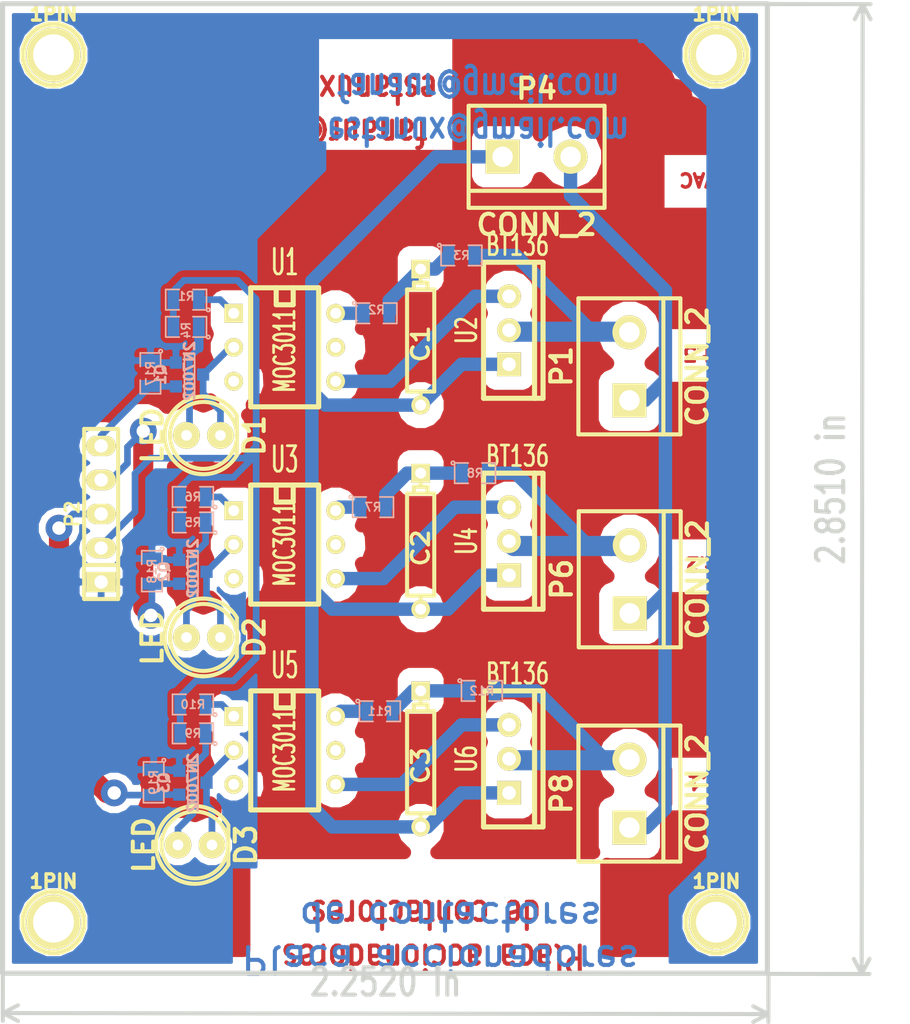
<source format=kicad_pcb>
(kicad_pcb (version 3) (host pcbnew "(2013-mar-13)-testing")

  (general
    (links 57)
    (no_connects 0)
    (area 117.919499 35.369499 190.721586 114.178846)
    (thickness 1.6002)
    (drawings 19)
    (tracks 167)
    (zones 0)
    (modules 39)
    (nets 29)
  )

  (page A4)
  (layers
    (15 Front signal)
    (0 Back signal)
    (16 B.Adhes user)
    (17 F.Adhes user)
    (18 B.Paste user)
    (19 F.Paste user)
    (20 B.SilkS user)
    (21 F.SilkS user)
    (22 B.Mask user)
    (23 F.Mask user)
    (24 Dwgs.User user)
    (25 Cmts.User user)
    (26 Eco1.User user)
    (27 Eco2.User user)
    (28 Edge.Cuts user)
  )

  (setup
    (last_trace_width 0.254)
    (user_trace_width 0.50038)
    (user_trace_width 0.70104)
    (user_trace_width 1.00076)
    (user_trace_width 1.50114)
    (user_trace_width 1.99898)
    (user_trace_width 2.49936)
    (user_trace_width 2.99974)
    (trace_clearance 0.254)
    (zone_clearance 1.016)
    (zone_45_only yes)
    (trace_min 0.254)
    (segment_width 0.381)
    (edge_width 0.381)
    (via_size 0.889)
    (via_drill 0.635)
    (via_min_size 0.889)
    (via_min_drill 0.508)
    (user_via 2 1)
    (user_via 4.0005 2.49936)
    (uvia_size 0.508)
    (uvia_drill 0.127)
    (uvias_allowed no)
    (uvia_min_size 0.508)
    (uvia_min_drill 0.127)
    (pcb_text_width 0.3048)
    (pcb_text_size 1.524 2.032)
    (mod_edge_width 0.381)
    (mod_text_size 1.524 1.524)
    (mod_text_width 0.3048)
    (pad_size 1.524 1.524)
    (pad_drill 0.8128)
    (pad_to_mask_clearance 0.254)
    (aux_axis_origin 0 0)
    (visible_elements 7FFFFFFF)
    (pcbplotparams
      (layerselection 32769)
      (usegerberextensions false)
      (excludeedgelayer true)
      (linewidth 0.150000)
      (plotframeref false)
      (viasonmask false)
      (mode 1)
      (useauxorigin false)
      (hpglpennumber 1)
      (hpglpenspeed 20)
      (hpglpendiameter 15)
      (hpglpenoverlay 0)
      (psnegative true)
      (psa4output false)
      (plotreference true)
      (plotvalue true)
      (plotothertext true)
      (plotinvisibletext false)
      (padsonsilk false)
      (subtractmaskfromsilk false)
      (outputformat 2)
      (mirror false)
      (drillshape 0)
      (scaleselection 1)
      (outputdirectory GERBER/))
  )

  (net 0 "")
  (net 1 +5V)
  (net 2 /220v+)
  (net 3 /220v-)
  (net 4 /Contactor_1)
  (net 5 /Contactor_2)
  (net 6 /Contactor_3)
  (net 7 GND)
  (net 8 N-000001)
  (net 9 N-0000012)
  (net 10 N-0000013)
  (net 11 N-0000014)
  (net 12 N-0000015)
  (net 13 N-0000016)
  (net 14 N-0000017)
  (net 15 N-0000018)
  (net 16 N-0000019)
  (net 17 N-000002)
  (net 18 N-0000020)
  (net 19 N-0000025)
  (net 20 N-000003)
  (net 21 N-0000030)
  (net 22 N-0000031)
  (net 23 N-000004)
  (net 24 N-000005)
  (net 25 N-000006)
  (net 26 N-000007)
  (net 27 N-000008)
  (net 28 N-000009)

  (net_class Default "This is the default net class."
    (clearance 0.254)
    (trace_width 0.254)
    (via_dia 0.889)
    (via_drill 0.635)
    (uvia_dia 0.508)
    (uvia_drill 0.127)
    (add_net "")
    (add_net +5V)
    (add_net /220v+)
    (add_net /220v-)
    (add_net /Contactor_1)
    (add_net /Contactor_2)
    (add_net /Contactor_3)
    (add_net GND)
    (add_net N-000001)
    (add_net N-0000012)
    (add_net N-0000013)
    (add_net N-0000014)
    (add_net N-0000015)
    (add_net N-0000016)
    (add_net N-0000017)
    (add_net N-0000018)
    (add_net N-0000019)
    (add_net N-000002)
    (add_net N-0000020)
    (add_net N-0000025)
    (add_net N-000003)
    (add_net N-0000030)
    (add_net N-0000031)
    (add_net N-000004)
    (add_net N-000005)
    (add_net N-000006)
    (add_net N-000007)
    (add_net N-000008)
    (add_net N-000009)
  )

  (module SOT23GDS (layer Back) (tedit 507EF42D) (tstamp 507EF61F)
    (at 132.08 63.246 270)
    (descr "Module CMS SOT23 Transistore EBC")
    (tags "CMS SOT")
    (path /507EF01F)
    (attr smd)
    (fp_text reference Q1 (at 0 2.159 270) (layer B.SilkS)
      (effects (font (size 0.762 0.762) (thickness 0.1905)) (justify mirror))
    )
    (fp_text value 2N7002 (at -0.254 0 270) (layer B.SilkS)
      (effects (font (size 0.762 0.762) (thickness 0.1905)) (justify mirror))
    )
    (fp_line (start -1.524 0.381) (end 1.524 0.381) (layer B.SilkS) (width 0.127))
    (fp_line (start 1.524 0.381) (end 1.524 -0.381) (layer B.SilkS) (width 0.127))
    (fp_line (start 1.524 -0.381) (end -1.524 -0.381) (layer B.SilkS) (width 0.127))
    (fp_line (start -1.524 -0.381) (end -1.524 0.381) (layer B.SilkS) (width 0.127))
    (pad S smd rect (at -0.889 1.016 270) (size 0.9144 0.9144)
      (layers Back B.Paste B.Mask)
      (net 7 GND)
    )
    (pad G smd rect (at 0.889 1.016 270) (size 0.9144 0.9144)
      (layers Back B.Paste B.Mask)
      (net 6 /Contactor_3)
    )
    (pad D smd rect (at 0 -1.016 270) (size 0.9144 0.9144)
      (layers Back B.Paste B.Mask)
      (net 23 N-000004)
    )
    (model smd/cms_sot23.wrl
      (at (xyz 0 0 0))
      (scale (xyz 0.13 0.15 0.15))
      (rotate (xyz 0 0 0))
    )
  )

  (module SM0805 (layer Back) (tedit 507EF406) (tstamp 507EF2ED)
    (at 131.826 57.658 180)
    (path /507EEE12)
    (attr smd)
    (fp_text reference R1 (at 0 0.254 180) (layer B.SilkS)
      (effects (font (size 0.635 0.635) (thickness 0.127)) (justify mirror))
    )
    (fp_text value 560 (at 0 0 180) (layer B.SilkS) hide
      (effects (font (size 0.635 0.635) (thickness 0.127)) (justify mirror))
    )
    (fp_circle (center -1.651 -0.762) (end -1.651 -0.635) (layer B.SilkS) (width 0.127))
    (fp_line (start -0.508 -0.762) (end -1.524 -0.762) (layer B.SilkS) (width 0.127))
    (fp_line (start -1.524 -0.762) (end -1.524 0.762) (layer B.SilkS) (width 0.127))
    (fp_line (start -1.524 0.762) (end -0.508 0.762) (layer B.SilkS) (width 0.127))
    (fp_line (start 0.508 0.762) (end 1.524 0.762) (layer B.SilkS) (width 0.127))
    (fp_line (start 1.524 0.762) (end 1.524 -0.762) (layer B.SilkS) (width 0.127))
    (fp_line (start 1.524 -0.762) (end 0.508 -0.762) (layer B.SilkS) (width 0.127))
    (pad 1 smd rect (at -0.9525 0 180) (size 0.889 1.397)
      (layers Back B.Paste B.Mask)
      (net 10 N-0000013)
    )
    (pad 2 smd rect (at 0.9525 0 180) (size 0.889 1.397)
      (layers Back B.Paste B.Mask)
      (net 1 +5V)
    )
    (model smd/chip_cms.wrl
      (at (xyz 0 0 0))
      (scale (xyz 0.1 0.1 0.1))
      (rotate (xyz 0 0 0))
    )
  )

  (module SM0805 (layer Back) (tedit 507EF442) (tstamp 507EF2FA)
    (at 146.05 58.674)
    (path /507EEE5F)
    (attr smd)
    (fp_text reference R2 (at 0 -0.254) (layer B.SilkS)
      (effects (font (size 0.635 0.635) (thickness 0.127)) (justify mirror))
    )
    (fp_text value 180 (at 0 0) (layer B.SilkS) hide
      (effects (font (size 0.635 0.635) (thickness 0.127)) (justify mirror))
    )
    (fp_circle (center -1.651 -0.762) (end -1.651 -0.635) (layer B.SilkS) (width 0.127))
    (fp_line (start -0.508 -0.762) (end -1.524 -0.762) (layer B.SilkS) (width 0.127))
    (fp_line (start -1.524 -0.762) (end -1.524 0.762) (layer B.SilkS) (width 0.127))
    (fp_line (start -1.524 0.762) (end -0.508 0.762) (layer B.SilkS) (width 0.127))
    (fp_line (start 0.508 0.762) (end 1.524 0.762) (layer B.SilkS) (width 0.127))
    (fp_line (start 1.524 0.762) (end 1.524 -0.762) (layer B.SilkS) (width 0.127))
    (fp_line (start 1.524 -0.762) (end 0.508 -0.762) (layer B.SilkS) (width 0.127))
    (pad 1 smd rect (at -0.9525 0) (size 0.889 1.397)
      (layers Back B.Paste B.Mask)
      (net 9 N-0000012)
    )
    (pad 2 smd rect (at 0.9525 0) (size 0.889 1.397)
      (layers Back B.Paste B.Mask)
      (net 8 N-000001)
    )
    (model smd/chip_cms.wrl
      (at (xyz 0 0 0))
      (scale (xyz 0.1 0.1 0.1))
      (rotate (xyz 0 0 0))
    )
  )

  (module SM0805 (layer Back) (tedit 42806E04) (tstamp 507EF307)
    (at 152.4 54.356)
    (path /507EEE6F)
    (attr smd)
    (fp_text reference R3 (at 0 0) (layer B.SilkS)
      (effects (font (size 0.635 0.635) (thickness 0.127)) (justify mirror))
    )
    (fp_text value 1.2k (at 0 0) (layer B.SilkS) hide
      (effects (font (size 0.635 0.635) (thickness 0.127)) (justify mirror))
    )
    (fp_circle (center -1.651 -0.762) (end -1.651 -0.635) (layer B.SilkS) (width 0.127))
    (fp_line (start -0.508 -0.762) (end -1.524 -0.762) (layer B.SilkS) (width 0.127))
    (fp_line (start -1.524 -0.762) (end -1.524 0.762) (layer B.SilkS) (width 0.127))
    (fp_line (start -1.524 0.762) (end -0.508 0.762) (layer B.SilkS) (width 0.127))
    (fp_line (start 0.508 0.762) (end 1.524 0.762) (layer B.SilkS) (width 0.127))
    (fp_line (start 1.524 0.762) (end 1.524 -0.762) (layer B.SilkS) (width 0.127))
    (fp_line (start 1.524 -0.762) (end 0.508 -0.762) (layer B.SilkS) (width 0.127))
    (pad 1 smd rect (at -0.9525 0) (size 0.889 1.397)
      (layers Back B.Paste B.Mask)
      (net 8 N-000001)
    )
    (pad 2 smd rect (at 0.9525 0) (size 0.889 1.397)
      (layers Back B.Paste B.Mask)
      (net 21 N-0000030)
    )
    (model smd/chip_cms.wrl
      (at (xyz 0 0 0))
      (scale (xyz 0.1 0.1 0.1))
      (rotate (xyz 0 0 0))
    )
  )

  (module DIP-6__300 (layer Front) (tedit 507EF437) (tstamp 507EF313)
    (at 139.192 61.214 270)
    (descr "6 pins DIL package, round pads")
    (tags DIL)
    (path /507EEE1F)
    (fp_text reference U1 (at -6.35 0 360) (layer F.SilkS)
      (effects (font (size 1.905 1.016) (thickness 0.2032)))
    )
    (fp_text value MOC3011 (at 0.254 0 270) (layer F.SilkS)
      (effects (font (size 1.524 0.889) (thickness 0.2032)))
    )
    (fp_line (start -4.445 -2.54) (end 4.445 -2.54) (layer F.SilkS) (width 0.381))
    (fp_line (start 4.445 -2.54) (end 4.445 2.54) (layer F.SilkS) (width 0.381))
    (fp_line (start 4.445 2.54) (end -4.445 2.54) (layer F.SilkS) (width 0.381))
    (fp_line (start -4.445 2.54) (end -4.445 -2.54) (layer F.SilkS) (width 0.381))
    (fp_line (start -4.445 -0.635) (end -3.175 -0.635) (layer F.SilkS) (width 0.381))
    (fp_line (start -3.175 -0.635) (end -3.175 0.635) (layer F.SilkS) (width 0.381))
    (fp_line (start -3.175 0.635) (end -4.445 0.635) (layer F.SilkS) (width 0.381))
    (pad 1 thru_hole rect (at -2.54 3.81 270) (size 1.397 1.397) (drill 0.812799)
      (layers *.Cu *.Mask F.SilkS)
      (net 10 N-0000013)
    )
    (pad 2 thru_hole circle (at 0 3.81 270) (size 1.397 1.397) (drill 0.812799)
      (layers *.Cu *.Mask F.SilkS)
      (net 23 N-000004)
    )
    (pad 3 thru_hole circle (at 2.54 3.81 270) (size 1.397 1.397) (drill 0.812799)
      (layers *.Cu *.Mask F.SilkS)
    )
    (pad 4 thru_hole circle (at 2.54 -3.81 270) (size 1.397 1.397) (drill 0.812799)
      (layers *.Cu *.Mask F.SilkS)
      (net 17 N-000002)
    )
    (pad 5 thru_hole circle (at 0 -3.81 270) (size 1.397 1.397) (drill 0.812799)
      (layers *.Cu *.Mask F.SilkS)
    )
    (pad 6 thru_hole circle (at -2.54 -3.81 270) (size 1.397 1.397) (drill 0.812799)
      (layers *.Cu *.Mask F.SilkS)
      (net 9 N-0000012)
    )
    (model dil/dil_6.wrl
      (at (xyz 0 0 0))
      (scale (xyz 1 1 1))
      (rotate (xyz 0 0 0))
    )
  )

  (module SM0805 (layer Back) (tedit 50819B79) (tstamp 507EF9A7)
    (at 131.826 59.69 180)
    (path /507EF8EA)
    (attr smd)
    (fp_text reference R4 (at 0 -0.254 270) (layer B.SilkS)
      (effects (font (size 0.635 0.635) (thickness 0.127)) (justify mirror))
    )
    (fp_text value 560 (at 0 0 180) (layer B.SilkS) hide
      (effects (font (size 0.635 0.635) (thickness 0.127)) (justify mirror))
    )
    (fp_circle (center -1.651 -0.762) (end -1.651 -0.635) (layer B.SilkS) (width 0.127))
    (fp_line (start -0.508 -0.762) (end -1.524 -0.762) (layer B.SilkS) (width 0.127))
    (fp_line (start -1.524 -0.762) (end -1.524 0.762) (layer B.SilkS) (width 0.127))
    (fp_line (start -1.524 0.762) (end -0.508 0.762) (layer B.SilkS) (width 0.127))
    (fp_line (start 0.508 0.762) (end 1.524 0.762) (layer B.SilkS) (width 0.127))
    (fp_line (start 1.524 0.762) (end 1.524 -0.762) (layer B.SilkS) (width 0.127))
    (fp_line (start 1.524 -0.762) (end 0.508 -0.762) (layer B.SilkS) (width 0.127))
    (pad 1 smd rect (at -0.9525 0 180) (size 0.889 1.397)
      (layers Back B.Paste B.Mask)
      (net 20 N-000003)
    )
    (pad 2 smd rect (at 0.9525 0 180) (size 0.889 1.397)
      (layers Back B.Paste B.Mask)
      (net 1 +5V)
    )
    (model smd/chip_cms.wrl
      (at (xyz 0 0 0))
      (scale (xyz 0.1 0.1 0.1))
      (rotate (xyz 0 0 0))
    )
  )

  (module SOT23GDS (layer Back) (tedit 451262E6) (tstamp 50819602)
    (at 132.334 93.726 270)
    (descr "Module CMS SOT23 Transistore EBC")
    (tags "CMS SOT")
    (path /5081955C)
    (attr smd)
    (fp_text reference Q3 (at 0 2.159 270) (layer B.SilkS)
      (effects (font (size 0.762 0.762) (thickness 0.1905)) (justify mirror))
    )
    (fp_text value 2N7002 (at 0 0 270) (layer B.SilkS)
      (effects (font (size 0.762 0.762) (thickness 0.1905)) (justify mirror))
    )
    (fp_line (start -1.524 0.381) (end 1.524 0.381) (layer B.SilkS) (width 0.127))
    (fp_line (start 1.524 0.381) (end 1.524 -0.381) (layer B.SilkS) (width 0.127))
    (fp_line (start 1.524 -0.381) (end -1.524 -0.381) (layer B.SilkS) (width 0.127))
    (fp_line (start -1.524 -0.381) (end -1.524 0.381) (layer B.SilkS) (width 0.127))
    (pad S smd rect (at -0.889 1.016 270) (size 0.9144 0.9144)
      (layers Back B.Paste B.Mask)
      (net 7 GND)
    )
    (pad G smd rect (at 0.889 1.016 270) (size 0.9144 0.9144)
      (layers Back B.Paste B.Mask)
      (net 4 /Contactor_1)
    )
    (pad D smd rect (at 0 -1.016 270) (size 0.9144 0.9144)
      (layers Back B.Paste B.Mask)
      (net 11 N-0000014)
    )
    (model smd/cms_sot23.wrl
      (at (xyz 0 0 0))
      (scale (xyz 0.13 0.15 0.15))
      (rotate (xyz 0 0 0))
    )
  )

  (module SOT23GDS (layer Back) (tedit 5081A3A8) (tstamp 5081960D)
    (at 132.334 77.978 270)
    (descr "Module CMS SOT23 Transistore EBC")
    (tags "CMS SOT")
    (path /508194F1)
    (attr smd)
    (fp_text reference Q2 (at 0 2.159 270) (layer B.SilkS)
      (effects (font (size 0.762 0.762) (thickness 0.1905)) (justify mirror))
    )
    (fp_text value 2N7002 (at -0.254 0 270) (layer B.SilkS)
      (effects (font (size 0.762 0.762) (thickness 0.1905)) (justify mirror))
    )
    (fp_line (start -1.524 0.381) (end 1.524 0.381) (layer B.SilkS) (width 0.127))
    (fp_line (start 1.524 0.381) (end 1.524 -0.381) (layer B.SilkS) (width 0.127))
    (fp_line (start 1.524 -0.381) (end -1.524 -0.381) (layer B.SilkS) (width 0.127))
    (fp_line (start -1.524 -0.381) (end -1.524 0.381) (layer B.SilkS) (width 0.127))
    (pad S smd rect (at -0.889 1.016 270) (size 0.9144 0.9144)
      (layers Back B.Paste B.Mask)
      (net 7 GND)
    )
    (pad G smd rect (at 0.889 1.016 270) (size 0.9144 0.9144)
      (layers Back B.Paste B.Mask)
      (net 5 /Contactor_2)
    )
    (pad D smd rect (at 0 -1.016 270) (size 0.9144 0.9144)
      (layers Back B.Paste B.Mask)
      (net 27 N-000008)
    )
    (model smd/cms_sot23.wrl
      (at (xyz 0 0 0))
      (scale (xyz 0.13 0.15 0.15))
      (rotate (xyz 0 0 0))
    )
  )

  (module SM0805 (layer Back) (tedit 42806E04) (tstamp 50819626)
    (at 132.334 90.043 180)
    (path /5081956E)
    (attr smd)
    (fp_text reference R9 (at 0 0 180) (layer B.SilkS)
      (effects (font (size 0.635 0.635) (thickness 0.127)) (justify mirror))
    )
    (fp_text value 560 (at 0 0 180) (layer B.SilkS) hide
      (effects (font (size 0.635 0.635) (thickness 0.127)) (justify mirror))
    )
    (fp_circle (center -1.651 -0.762) (end -1.651 -0.635) (layer B.SilkS) (width 0.127))
    (fp_line (start -0.508 -0.762) (end -1.524 -0.762) (layer B.SilkS) (width 0.127))
    (fp_line (start -1.524 -0.762) (end -1.524 0.762) (layer B.SilkS) (width 0.127))
    (fp_line (start -1.524 0.762) (end -0.508 0.762) (layer B.SilkS) (width 0.127))
    (fp_line (start 0.508 0.762) (end 1.524 0.762) (layer B.SilkS) (width 0.127))
    (fp_line (start 1.524 0.762) (end 1.524 -0.762) (layer B.SilkS) (width 0.127))
    (fp_line (start 1.524 -0.762) (end 0.508 -0.762) (layer B.SilkS) (width 0.127))
    (pad 1 smd rect (at -0.9525 0 180) (size 0.889 1.397)
      (layers Back B.Paste B.Mask)
      (net 12 N-0000015)
    )
    (pad 2 smd rect (at 0.9525 0 180) (size 0.889 1.397)
      (layers Back B.Paste B.Mask)
      (net 1 +5V)
    )
    (model smd/chip_cms.wrl
      (at (xyz 0 0 0))
      (scale (xyz 0.1 0.1 0.1))
      (rotate (xyz 0 0 0))
    )
  )

  (module SM0805 (layer Back) (tedit 42806E04) (tstamp 50819640)
    (at 153.924 86.868)
    (path /5081954A)
    (attr smd)
    (fp_text reference R12 (at 0 0) (layer B.SilkS)
      (effects (font (size 0.635 0.635) (thickness 0.127)) (justify mirror))
    )
    (fp_text value 1.2k (at 0 0) (layer B.SilkS) hide
      (effects (font (size 0.635 0.635) (thickness 0.127)) (justify mirror))
    )
    (fp_circle (center -1.651 -0.762) (end -1.651 -0.635) (layer B.SilkS) (width 0.127))
    (fp_line (start -0.508 -0.762) (end -1.524 -0.762) (layer B.SilkS) (width 0.127))
    (fp_line (start -1.524 -0.762) (end -1.524 0.762) (layer B.SilkS) (width 0.127))
    (fp_line (start -1.524 0.762) (end -0.508 0.762) (layer B.SilkS) (width 0.127))
    (fp_line (start 0.508 0.762) (end 1.524 0.762) (layer B.SilkS) (width 0.127))
    (fp_line (start 1.524 0.762) (end 1.524 -0.762) (layer B.SilkS) (width 0.127))
    (fp_line (start 1.524 -0.762) (end 0.508 -0.762) (layer B.SilkS) (width 0.127))
    (pad 1 smd rect (at -0.9525 0) (size 0.889 1.397)
      (layers Back B.Paste B.Mask)
      (net 13 N-0000016)
    )
    (pad 2 smd rect (at 0.9525 0) (size 0.889 1.397)
      (layers Back B.Paste B.Mask)
      (net 22 N-0000031)
    )
    (model smd/chip_cms.wrl
      (at (xyz 0 0 0))
      (scale (xyz 0.1 0.1 0.1))
      (rotate (xyz 0 0 0))
    )
  )

  (module SM0805 (layer Back) (tedit 42806E04) (tstamp 5081964D)
    (at 146.304 88.392)
    (path /50819544)
    (attr smd)
    (fp_text reference R11 (at 0 0) (layer B.SilkS)
      (effects (font (size 0.635 0.635) (thickness 0.127)) (justify mirror))
    )
    (fp_text value 180 (at 0 0) (layer B.SilkS) hide
      (effects (font (size 0.635 0.635) (thickness 0.127)) (justify mirror))
    )
    (fp_circle (center -1.651 -0.762) (end -1.651 -0.635) (layer B.SilkS) (width 0.127))
    (fp_line (start -0.508 -0.762) (end -1.524 -0.762) (layer B.SilkS) (width 0.127))
    (fp_line (start -1.524 -0.762) (end -1.524 0.762) (layer B.SilkS) (width 0.127))
    (fp_line (start -1.524 0.762) (end -0.508 0.762) (layer B.SilkS) (width 0.127))
    (fp_line (start 0.508 0.762) (end 1.524 0.762) (layer B.SilkS) (width 0.127))
    (fp_line (start 1.524 0.762) (end 1.524 -0.762) (layer B.SilkS) (width 0.127))
    (fp_line (start 1.524 -0.762) (end 0.508 -0.762) (layer B.SilkS) (width 0.127))
    (pad 1 smd rect (at -0.9525 0) (size 0.889 1.397)
      (layers Back B.Paste B.Mask)
      (net 15 N-0000018)
    )
    (pad 2 smd rect (at 0.9525 0) (size 0.889 1.397)
      (layers Back B.Paste B.Mask)
      (net 13 N-0000016)
    )
    (model smd/chip_cms.wrl
      (at (xyz 0 0 0))
      (scale (xyz 0.1 0.1 0.1))
      (rotate (xyz 0 0 0))
    )
  )

  (module SM0805 (layer Back) (tedit 42806E04) (tstamp 50819667)
    (at 132.334 87.884 180)
    (path /50819532)
    (attr smd)
    (fp_text reference R10 (at 0 0 180) (layer B.SilkS)
      (effects (font (size 0.635 0.635) (thickness 0.127)) (justify mirror))
    )
    (fp_text value 560 (at 0 0 180) (layer B.SilkS) hide
      (effects (font (size 0.635 0.635) (thickness 0.127)) (justify mirror))
    )
    (fp_circle (center -1.651 -0.762) (end -1.651 -0.635) (layer B.SilkS) (width 0.127))
    (fp_line (start -0.508 -0.762) (end -1.524 -0.762) (layer B.SilkS) (width 0.127))
    (fp_line (start -1.524 -0.762) (end -1.524 0.762) (layer B.SilkS) (width 0.127))
    (fp_line (start -1.524 0.762) (end -0.508 0.762) (layer B.SilkS) (width 0.127))
    (fp_line (start 0.508 0.762) (end 1.524 0.762) (layer B.SilkS) (width 0.127))
    (fp_line (start 1.524 0.762) (end 1.524 -0.762) (layer B.SilkS) (width 0.127))
    (fp_line (start 1.524 -0.762) (end 0.508 -0.762) (layer B.SilkS) (width 0.127))
    (pad 1 smd rect (at -0.9525 0 180) (size 0.889 1.397)
      (layers Back B.Paste B.Mask)
      (net 16 N-0000019)
    )
    (pad 2 smd rect (at 0.9525 0 180) (size 0.889 1.397)
      (layers Back B.Paste B.Mask)
      (net 1 +5V)
    )
    (model smd/chip_cms.wrl
      (at (xyz 0 0 0))
      (scale (xyz 0.1 0.1 0.1))
      (rotate (xyz 0 0 0))
    )
  )

  (module SM0805 (layer Back) (tedit 42806E04) (tstamp 50819674)
    (at 132.334 74.295 180)
    (path /50819503)
    (attr smd)
    (fp_text reference R5 (at 0 0 180) (layer B.SilkS)
      (effects (font (size 0.635 0.635) (thickness 0.127)) (justify mirror))
    )
    (fp_text value 560 (at 0 0 180) (layer B.SilkS) hide
      (effects (font (size 0.635 0.635) (thickness 0.127)) (justify mirror))
    )
    (fp_circle (center -1.651 -0.762) (end -1.651 -0.635) (layer B.SilkS) (width 0.127))
    (fp_line (start -0.508 -0.762) (end -1.524 -0.762) (layer B.SilkS) (width 0.127))
    (fp_line (start -1.524 -0.762) (end -1.524 0.762) (layer B.SilkS) (width 0.127))
    (fp_line (start -1.524 0.762) (end -0.508 0.762) (layer B.SilkS) (width 0.127))
    (fp_line (start 0.508 0.762) (end 1.524 0.762) (layer B.SilkS) (width 0.127))
    (fp_line (start 1.524 0.762) (end 1.524 -0.762) (layer B.SilkS) (width 0.127))
    (fp_line (start 1.524 -0.762) (end 0.508 -0.762) (layer B.SilkS) (width 0.127))
    (pad 1 smd rect (at -0.9525 0 180) (size 0.889 1.397)
      (layers Back B.Paste B.Mask)
      (net 14 N-0000017)
    )
    (pad 2 smd rect (at 0.9525 0 180) (size 0.889 1.397)
      (layers Back B.Paste B.Mask)
      (net 1 +5V)
    )
    (model smd/chip_cms.wrl
      (at (xyz 0 0 0))
      (scale (xyz 0.1 0.1 0.1))
      (rotate (xyz 0 0 0))
    )
  )

  (module SM0805 (layer Back) (tedit 42806E04) (tstamp 5081968E)
    (at 153.416 70.612)
    (path /508194DF)
    (attr smd)
    (fp_text reference R8 (at 0 0) (layer B.SilkS)
      (effects (font (size 0.635 0.635) (thickness 0.127)) (justify mirror))
    )
    (fp_text value 1.2k (at 0 0) (layer B.SilkS) hide
      (effects (font (size 0.635 0.635) (thickness 0.127)) (justify mirror))
    )
    (fp_circle (center -1.651 -0.762) (end -1.651 -0.635) (layer B.SilkS) (width 0.127))
    (fp_line (start -0.508 -0.762) (end -1.524 -0.762) (layer B.SilkS) (width 0.127))
    (fp_line (start -1.524 -0.762) (end -1.524 0.762) (layer B.SilkS) (width 0.127))
    (fp_line (start -1.524 0.762) (end -0.508 0.762) (layer B.SilkS) (width 0.127))
    (fp_line (start 0.508 0.762) (end 1.524 0.762) (layer B.SilkS) (width 0.127))
    (fp_line (start 1.524 0.762) (end 1.524 -0.762) (layer B.SilkS) (width 0.127))
    (fp_line (start 1.524 -0.762) (end 0.508 -0.762) (layer B.SilkS) (width 0.127))
    (pad 1 smd rect (at -0.9525 0) (size 0.889 1.397)
      (layers Back B.Paste B.Mask)
      (net 25 N-000006)
    )
    (pad 2 smd rect (at 0.9525 0) (size 0.889 1.397)
      (layers Back B.Paste B.Mask)
      (net 19 N-0000025)
    )
    (model smd/chip_cms.wrl
      (at (xyz 0 0 0))
      (scale (xyz 0.1 0.1 0.1))
      (rotate (xyz 0 0 0))
    )
  )

  (module SM0805 (layer Back) (tedit 42806E04) (tstamp 5081969B)
    (at 145.796 73.152)
    (path /508194D9)
    (attr smd)
    (fp_text reference R7 (at 0 0) (layer B.SilkS)
      (effects (font (size 0.635 0.635) (thickness 0.127)) (justify mirror))
    )
    (fp_text value 180 (at 0 0) (layer B.SilkS) hide
      (effects (font (size 0.635 0.635) (thickness 0.127)) (justify mirror))
    )
    (fp_circle (center -1.651 -0.762) (end -1.651 -0.635) (layer B.SilkS) (width 0.127))
    (fp_line (start -0.508 -0.762) (end -1.524 -0.762) (layer B.SilkS) (width 0.127))
    (fp_line (start -1.524 -0.762) (end -1.524 0.762) (layer B.SilkS) (width 0.127))
    (fp_line (start -1.524 0.762) (end -0.508 0.762) (layer B.SilkS) (width 0.127))
    (fp_line (start 0.508 0.762) (end 1.524 0.762) (layer B.SilkS) (width 0.127))
    (fp_line (start 1.524 0.762) (end 1.524 -0.762) (layer B.SilkS) (width 0.127))
    (fp_line (start 1.524 -0.762) (end 0.508 -0.762) (layer B.SilkS) (width 0.127))
    (pad 1 smd rect (at -0.9525 0) (size 0.889 1.397)
      (layers Back B.Paste B.Mask)
      (net 24 N-000005)
    )
    (pad 2 smd rect (at 0.9525 0) (size 0.889 1.397)
      (layers Back B.Paste B.Mask)
      (net 25 N-000006)
    )
    (model smd/chip_cms.wrl
      (at (xyz 0 0 0))
      (scale (xyz 0.1 0.1 0.1))
      (rotate (xyz 0 0 0))
    )
  )

  (module SM0805 (layer Back) (tedit 42806E04) (tstamp 508196A8)
    (at 132.334 72.39 180)
    (path /508194C7)
    (attr smd)
    (fp_text reference R6 (at 0 0 180) (layer B.SilkS)
      (effects (font (size 0.635 0.635) (thickness 0.127)) (justify mirror))
    )
    (fp_text value 560 (at 0 0 180) (layer B.SilkS) hide
      (effects (font (size 0.635 0.635) (thickness 0.127)) (justify mirror))
    )
    (fp_circle (center -1.651 -0.762) (end -1.651 -0.635) (layer B.SilkS) (width 0.127))
    (fp_line (start -0.508 -0.762) (end -1.524 -0.762) (layer B.SilkS) (width 0.127))
    (fp_line (start -1.524 -0.762) (end -1.524 0.762) (layer B.SilkS) (width 0.127))
    (fp_line (start -1.524 0.762) (end -0.508 0.762) (layer B.SilkS) (width 0.127))
    (fp_line (start 0.508 0.762) (end 1.524 0.762) (layer B.SilkS) (width 0.127))
    (fp_line (start 1.524 0.762) (end 1.524 -0.762) (layer B.SilkS) (width 0.127))
    (fp_line (start 1.524 -0.762) (end 0.508 -0.762) (layer B.SilkS) (width 0.127))
    (pad 1 smd rect (at -0.9525 0 180) (size 0.889 1.397)
      (layers Back B.Paste B.Mask)
      (net 26 N-000007)
    )
    (pad 2 smd rect (at 0.9525 0 180) (size 0.889 1.397)
      (layers Back B.Paste B.Mask)
      (net 1 +5V)
    )
    (model smd/chip_cms.wrl
      (at (xyz 0 0 0))
      (scale (xyz 0.1 0.1 0.1))
      (rotate (xyz 0 0 0))
    )
  )

  (module DIP-6__300 (layer Front) (tedit 49DC487C) (tstamp 50819701)
    (at 139.192 91.313 270)
    (descr "6 pins DIL package, round pads")
    (tags DIL)
    (path /50819538)
    (fp_text reference U5 (at -6.35 0 360) (layer F.SilkS)
      (effects (font (size 1.905 1.016) (thickness 0.2032)))
    )
    (fp_text value MOC3011 (at 0 0 270) (layer F.SilkS)
      (effects (font (size 1.524 0.889) (thickness 0.2032)))
    )
    (fp_line (start -4.445 -2.54) (end 4.445 -2.54) (layer F.SilkS) (width 0.381))
    (fp_line (start 4.445 -2.54) (end 4.445 2.54) (layer F.SilkS) (width 0.381))
    (fp_line (start 4.445 2.54) (end -4.445 2.54) (layer F.SilkS) (width 0.381))
    (fp_line (start -4.445 2.54) (end -4.445 -2.54) (layer F.SilkS) (width 0.381))
    (fp_line (start -4.445 -0.635) (end -3.175 -0.635) (layer F.SilkS) (width 0.381))
    (fp_line (start -3.175 -0.635) (end -3.175 0.635) (layer F.SilkS) (width 0.381))
    (fp_line (start -3.175 0.635) (end -4.445 0.635) (layer F.SilkS) (width 0.381))
    (pad 1 thru_hole rect (at -2.54 3.81 270) (size 1.397 1.397) (drill 0.812799)
      (layers *.Cu *.Mask F.SilkS)
      (net 16 N-0000019)
    )
    (pad 2 thru_hole circle (at 0 3.81 270) (size 1.397 1.397) (drill 0.812799)
      (layers *.Cu *.Mask F.SilkS)
      (net 11 N-0000014)
    )
    (pad 3 thru_hole circle (at 2.54 3.81 270) (size 1.397 1.397) (drill 0.812799)
      (layers *.Cu *.Mask F.SilkS)
    )
    (pad 4 thru_hole circle (at 2.54 -3.81 270) (size 1.397 1.397) (drill 0.812799)
      (layers *.Cu *.Mask F.SilkS)
      (net 18 N-0000020)
    )
    (pad 5 thru_hole circle (at 0 -3.81 270) (size 1.397 1.397) (drill 0.812799)
      (layers *.Cu *.Mask F.SilkS)
    )
    (pad 6 thru_hole circle (at -2.54 -3.81 270) (size 1.397 1.397) (drill 0.812799)
      (layers *.Cu *.Mask F.SilkS)
      (net 15 N-0000018)
    )
    (model dil/dil_6.wrl
      (at (xyz 0 0 0))
      (scale (xyz 1 1 1))
      (rotate (xyz 0 0 0))
    )
  )

  (module DIP-6__300 (layer Front) (tedit 49DC487C) (tstamp 50819712)
    (at 139.192 75.946 270)
    (descr "6 pins DIL package, round pads")
    (tags DIL)
    (path /508194CD)
    (fp_text reference U3 (at -6.35 0 360) (layer F.SilkS)
      (effects (font (size 1.905 1.016) (thickness 0.2032)))
    )
    (fp_text value MOC3011 (at 0 0 270) (layer F.SilkS)
      (effects (font (size 1.524 0.889) (thickness 0.2032)))
    )
    (fp_line (start -4.445 -2.54) (end 4.445 -2.54) (layer F.SilkS) (width 0.381))
    (fp_line (start 4.445 -2.54) (end 4.445 2.54) (layer F.SilkS) (width 0.381))
    (fp_line (start 4.445 2.54) (end -4.445 2.54) (layer F.SilkS) (width 0.381))
    (fp_line (start -4.445 2.54) (end -4.445 -2.54) (layer F.SilkS) (width 0.381))
    (fp_line (start -4.445 -0.635) (end -3.175 -0.635) (layer F.SilkS) (width 0.381))
    (fp_line (start -3.175 -0.635) (end -3.175 0.635) (layer F.SilkS) (width 0.381))
    (fp_line (start -3.175 0.635) (end -4.445 0.635) (layer F.SilkS) (width 0.381))
    (pad 1 thru_hole rect (at -2.54 3.81 270) (size 1.397 1.397) (drill 0.812799)
      (layers *.Cu *.Mask F.SilkS)
      (net 26 N-000007)
    )
    (pad 2 thru_hole circle (at 0 3.81 270) (size 1.397 1.397) (drill 0.812799)
      (layers *.Cu *.Mask F.SilkS)
      (net 27 N-000008)
    )
    (pad 3 thru_hole circle (at 2.54 3.81 270) (size 1.397 1.397) (drill 0.812799)
      (layers *.Cu *.Mask F.SilkS)
    )
    (pad 4 thru_hole circle (at 2.54 -3.81 270) (size 1.397 1.397) (drill 0.812799)
      (layers *.Cu *.Mask F.SilkS)
      (net 28 N-000009)
    )
    (pad 5 thru_hole circle (at 0 -3.81 270) (size 1.397 1.397) (drill 0.812799)
      (layers *.Cu *.Mask F.SilkS)
    )
    (pad 6 thru_hole circle (at -2.54 -3.81 270) (size 1.397 1.397) (drill 0.812799)
      (layers *.Cu *.Mask F.SilkS)
      (net 24 N-000005)
    )
    (model dil/dil_6.wrl
      (at (xyz 0 0 0))
      (scale (xyz 1 1 1))
      (rotate (xyz 0 0 0))
    )
  )

  (module CP4 (layer Front) (tedit 200000) (tstamp 5086D2D8)
    (at 149.352 60.452 270)
    (descr "Condensateur polarise")
    (tags CP)
    (path /507EEEAB)
    (fp_text reference C1 (at 0.508 0 270) (layer F.SilkS)
      (effects (font (size 1.27 1.397) (thickness 0.254)))
    )
    (fp_text value 0.1u (at 0.508 0 270) (layer F.SilkS) hide
      (effects (font (size 1.27 1.143) (thickness 0.254)))
    )
    (fp_line (start 5.08 0) (end 4.064 0) (layer F.SilkS) (width 0.3048))
    (fp_line (start 4.064 0) (end 4.064 1.016) (layer F.SilkS) (width 0.3048))
    (fp_line (start 4.064 1.016) (end -3.556 1.016) (layer F.SilkS) (width 0.3048))
    (fp_line (start -3.556 1.016) (end -3.556 -1.016) (layer F.SilkS) (width 0.3048))
    (fp_line (start -3.556 -1.016) (end 4.064 -1.016) (layer F.SilkS) (width 0.3048))
    (fp_line (start 4.064 -1.016) (end 4.064 0) (layer F.SilkS) (width 0.3048))
    (fp_line (start -5.08 0) (end -4.064 0) (layer F.SilkS) (width 0.3048))
    (fp_line (start -3.556 0.508) (end -4.064 0.508) (layer F.SilkS) (width 0.3048))
    (fp_line (start -4.064 0.508) (end -4.064 -0.508) (layer F.SilkS) (width 0.3048))
    (fp_line (start -4.064 -0.508) (end -3.556 -0.508) (layer F.SilkS) (width 0.3048))
    (pad 1 thru_hole rect (at -5.08 0 270) (size 1.397 1.397) (drill 0.812799)
      (layers *.Cu *.Mask F.SilkS)
      (net 8 N-000001)
    )
    (pad 2 thru_hole circle (at 5.08 0 270) (size 1.397 1.397) (drill 0.812799)
      (layers *.Cu *.Mask F.SilkS)
      (net 3 /220v-)
    )
    (model discret/c_pol.wrl
      (at (xyz 0 0 0))
      (scale (xyz 0.4 0.4 0.4))
      (rotate (xyz 0 0 0))
    )
  )

  (module CP4 (layer Front) (tedit 5086D3B6) (tstamp 5086D2E8)
    (at 149.352 75.692 270)
    (descr "Condensateur polarise")
    (tags CP)
    (path /508194E5)
    (fp_text reference C2 (at 0.508 0 270) (layer F.SilkS)
      (effects (font (size 1.27 1.397) (thickness 0.254)))
    )
    (fp_text value 0.1u (at 0 0 270) (layer F.SilkS) hide
      (effects (font (size 1.27 1.143) (thickness 0.254)))
    )
    (fp_line (start 5.08 0) (end 4.064 0) (layer F.SilkS) (width 0.3048))
    (fp_line (start 4.064 0) (end 4.064 1.016) (layer F.SilkS) (width 0.3048))
    (fp_line (start 4.064 1.016) (end -3.556 1.016) (layer F.SilkS) (width 0.3048))
    (fp_line (start -3.556 1.016) (end -3.556 -1.016) (layer F.SilkS) (width 0.3048))
    (fp_line (start -3.556 -1.016) (end 4.064 -1.016) (layer F.SilkS) (width 0.3048))
    (fp_line (start 4.064 -1.016) (end 4.064 0) (layer F.SilkS) (width 0.3048))
    (fp_line (start -5.08 0) (end -4.064 0) (layer F.SilkS) (width 0.3048))
    (fp_line (start -3.556 0.508) (end -4.064 0.508) (layer F.SilkS) (width 0.3048))
    (fp_line (start -4.064 0.508) (end -4.064 -0.508) (layer F.SilkS) (width 0.3048))
    (fp_line (start -4.064 -0.508) (end -3.556 -0.508) (layer F.SilkS) (width 0.3048))
    (pad 1 thru_hole rect (at -5.08 0 270) (size 1.397 1.397) (drill 0.812799)
      (layers *.Cu *.Mask F.SilkS)
      (net 25 N-000006)
    )
    (pad 2 thru_hole circle (at 5.08 0 270) (size 1.397 1.397) (drill 0.812799)
      (layers *.Cu *.Mask F.SilkS)
      (net 3 /220v-)
    )
    (model discret/c_pol.wrl
      (at (xyz 0 0 0))
      (scale (xyz 0.4 0.4 0.4))
      (rotate (xyz 0 0 0))
    )
  )

  (module CP4 (layer Front) (tedit 5086D40E) (tstamp 5086D2F8)
    (at 149.352 91.948 270)
    (descr "Condensateur polarise")
    (tags CP)
    (path /50819550)
    (fp_text reference C3 (at 0.508 0 270) (layer F.SilkS)
      (effects (font (size 1.27 1.397) (thickness 0.254)))
    )
    (fp_text value 0.1u (at 0 -0.508 270) (layer F.SilkS) hide
      (effects (font (size 1.27 1.143) (thickness 0.254)))
    )
    (fp_line (start 5.08 0) (end 4.064 0) (layer F.SilkS) (width 0.3048))
    (fp_line (start 4.064 0) (end 4.064 1.016) (layer F.SilkS) (width 0.3048))
    (fp_line (start 4.064 1.016) (end -3.556 1.016) (layer F.SilkS) (width 0.3048))
    (fp_line (start -3.556 1.016) (end -3.556 -1.016) (layer F.SilkS) (width 0.3048))
    (fp_line (start -3.556 -1.016) (end 4.064 -1.016) (layer F.SilkS) (width 0.3048))
    (fp_line (start 4.064 -1.016) (end 4.064 0) (layer F.SilkS) (width 0.3048))
    (fp_line (start -5.08 0) (end -4.064 0) (layer F.SilkS) (width 0.3048))
    (fp_line (start -3.556 0.508) (end -4.064 0.508) (layer F.SilkS) (width 0.3048))
    (fp_line (start -4.064 0.508) (end -4.064 -0.508) (layer F.SilkS) (width 0.3048))
    (fp_line (start -4.064 -0.508) (end -3.556 -0.508) (layer F.SilkS) (width 0.3048))
    (pad 1 thru_hole rect (at -5.08 0 270) (size 1.397 1.397) (drill 0.812799)
      (layers *.Cu *.Mask F.SilkS)
      (net 13 N-0000016)
    )
    (pad 2 thru_hole circle (at 5.08 0 270) (size 1.397 1.397) (drill 0.812799)
      (layers *.Cu *.Mask F.SilkS)
      (net 3 /220v-)
    )
    (model discret/c_pol.wrl
      (at (xyz 0 0 0))
      (scale (xyz 0.4 0.4 0.4))
      (rotate (xyz 0 0 0))
    )
  )

  (module TO220_VERT_123 (layer Front) (tedit 50883616) (tstamp 5088370F)
    (at 155.956 59.944)
    (descr "Regulateur TO220 serie LM78xx")
    (tags "TR TO220")
    (path /507EEE48)
    (fp_text reference U2 (at -3.175 0 90) (layer F.SilkS)
      (effects (font (size 1.524 1.016) (thickness 0.2032)))
    )
    (fp_text value BT136 (at 0.635 -6.35) (layer F.SilkS)
      (effects (font (size 1.524 1.016) (thickness 0.2032)))
    )
    (fp_line (start 1.905 -5.08) (end 2.54 -5.08) (layer F.SilkS) (width 0.381))
    (fp_line (start 2.54 -5.08) (end 2.54 5.08) (layer F.SilkS) (width 0.381))
    (fp_line (start 2.54 5.08) (end 1.905 5.08) (layer F.SilkS) (width 0.381))
    (fp_line (start -1.905 -5.08) (end 1.905 -5.08) (layer F.SilkS) (width 0.381))
    (fp_line (start 1.905 -5.08) (end 1.905 5.08) (layer F.SilkS) (width 0.381))
    (fp_line (start 1.905 5.08) (end -1.905 5.08) (layer F.SilkS) (width 0.381))
    (fp_line (start -1.905 5.08) (end -1.905 -5.08) (layer F.SilkS) (width 0.381))
    (pad 2 thru_hole circle (at 0 0) (size 1.778 1.778) (drill 1.016)
      (layers *.Cu *.Mask F.SilkS)
      (net 21 N-0000030)
    )
    (pad 3 thru_hole circle (at 0 -2.54) (size 1.778 1.778) (drill 1.016)
      (layers *.Cu *.Mask F.SilkS)
      (net 17 N-000002)
    )
    (pad 1 thru_hole rect (at 0 2.54) (size 1.778 1.778) (drill 1.016)
      (layers *.Cu *.Mask F.SilkS)
      (net 3 /220v-)
    )
    (model discret/to220_vert.wrl
      (at (xyz 0 0 0))
      (scale (xyz 1 1 1))
      (rotate (xyz 0 0 0))
    )
  )

  (module TO220_VERT_123 (layer Front) (tedit 50883616) (tstamp 5088371D)
    (at 155.956 75.692)
    (descr "Regulateur TO220 serie LM78xx")
    (tags "TR TO220")
    (path /508194D3)
    (fp_text reference U4 (at -3.175 0 90) (layer F.SilkS)
      (effects (font (size 1.524 1.016) (thickness 0.2032)))
    )
    (fp_text value BT136 (at 0.635 -6.35) (layer F.SilkS)
      (effects (font (size 1.524 1.016) (thickness 0.2032)))
    )
    (fp_line (start 1.905 -5.08) (end 2.54 -5.08) (layer F.SilkS) (width 0.381))
    (fp_line (start 2.54 -5.08) (end 2.54 5.08) (layer F.SilkS) (width 0.381))
    (fp_line (start 2.54 5.08) (end 1.905 5.08) (layer F.SilkS) (width 0.381))
    (fp_line (start -1.905 -5.08) (end 1.905 -5.08) (layer F.SilkS) (width 0.381))
    (fp_line (start 1.905 -5.08) (end 1.905 5.08) (layer F.SilkS) (width 0.381))
    (fp_line (start 1.905 5.08) (end -1.905 5.08) (layer F.SilkS) (width 0.381))
    (fp_line (start -1.905 5.08) (end -1.905 -5.08) (layer F.SilkS) (width 0.381))
    (pad 2 thru_hole circle (at 0 0) (size 1.778 1.778) (drill 1.016)
      (layers *.Cu *.Mask F.SilkS)
      (net 19 N-0000025)
    )
    (pad 3 thru_hole circle (at 0 -2.54) (size 1.778 1.778) (drill 1.016)
      (layers *.Cu *.Mask F.SilkS)
      (net 28 N-000009)
    )
    (pad 1 thru_hole rect (at 0 2.54) (size 1.778 1.778) (drill 1.016)
      (layers *.Cu *.Mask F.SilkS)
      (net 3 /220v-)
    )
    (model discret/to220_vert.wrl
      (at (xyz 0 0 0))
      (scale (xyz 1 1 1))
      (rotate (xyz 0 0 0))
    )
  )

  (module TO220_VERT_123 (layer Front) (tedit 50883616) (tstamp 5088372B)
    (at 155.956 91.948)
    (descr "Regulateur TO220 serie LM78xx")
    (tags "TR TO220")
    (path /5081953E)
    (fp_text reference U6 (at -3.175 0 90) (layer F.SilkS)
      (effects (font (size 1.524 1.016) (thickness 0.2032)))
    )
    (fp_text value BT136 (at 0.635 -6.35) (layer F.SilkS)
      (effects (font (size 1.524 1.016) (thickness 0.2032)))
    )
    (fp_line (start 1.905 -5.08) (end 2.54 -5.08) (layer F.SilkS) (width 0.381))
    (fp_line (start 2.54 -5.08) (end 2.54 5.08) (layer F.SilkS) (width 0.381))
    (fp_line (start 2.54 5.08) (end 1.905 5.08) (layer F.SilkS) (width 0.381))
    (fp_line (start -1.905 -5.08) (end 1.905 -5.08) (layer F.SilkS) (width 0.381))
    (fp_line (start 1.905 -5.08) (end 1.905 5.08) (layer F.SilkS) (width 0.381))
    (fp_line (start 1.905 5.08) (end -1.905 5.08) (layer F.SilkS) (width 0.381))
    (fp_line (start -1.905 5.08) (end -1.905 -5.08) (layer F.SilkS) (width 0.381))
    (pad 2 thru_hole circle (at 0 0) (size 1.778 1.778) (drill 1.016)
      (layers *.Cu *.Mask F.SilkS)
      (net 22 N-0000031)
    )
    (pad 3 thru_hole circle (at 0 -2.54) (size 1.778 1.778) (drill 1.016)
      (layers *.Cu *.Mask F.SilkS)
      (net 18 N-0000020)
    )
    (pad 1 thru_hole rect (at 0 2.54) (size 1.778 1.778) (drill 1.016)
      (layers *.Cu *.Mask F.SilkS)
      (net 3 /220v-)
    )
    (model discret/to220_vert.wrl
      (at (xyz 0 0 0))
      (scale (xyz 1 1 1))
      (rotate (xyz 0 0 0))
    )
  )

  (module SM0805 (layer Back) (tedit 42806E04) (tstamp 51522E60)
    (at 129.159 63.15964 270)
    (path /508E8503)
    (attr smd)
    (fp_text reference R17 (at 0 0 270) (layer B.SilkS)
      (effects (font (size 0.635 0.635) (thickness 0.127)) (justify mirror))
    )
    (fp_text value 10k (at 0 0 270) (layer B.SilkS) hide
      (effects (font (size 0.635 0.635) (thickness 0.127)) (justify mirror))
    )
    (fp_circle (center -1.651 -0.762) (end -1.651 -0.635) (layer B.SilkS) (width 0.127))
    (fp_line (start -0.508 -0.762) (end -1.524 -0.762) (layer B.SilkS) (width 0.127))
    (fp_line (start -1.524 -0.762) (end -1.524 0.762) (layer B.SilkS) (width 0.127))
    (fp_line (start -1.524 0.762) (end -0.508 0.762) (layer B.SilkS) (width 0.127))
    (fp_line (start 0.508 0.762) (end 1.524 0.762) (layer B.SilkS) (width 0.127))
    (fp_line (start 1.524 0.762) (end 1.524 -0.762) (layer B.SilkS) (width 0.127))
    (fp_line (start 1.524 -0.762) (end 0.508 -0.762) (layer B.SilkS) (width 0.127))
    (pad 1 smd rect (at -0.9525 0 270) (size 0.889 1.397)
      (layers Back B.Paste B.Mask)
      (net 7 GND)
    )
    (pad 2 smd rect (at 0.9525 0 270) (size 0.889 1.397)
      (layers Back B.Paste B.Mask)
      (net 6 /Contactor_3)
    )
    (model smd/chip_cms.wrl
      (at (xyz 0 0 0))
      (scale (xyz 0.1 0.1 0.1))
      (rotate (xyz 0 0 0))
    )
  )

  (module SM0805 (layer Back) (tedit 42806E04) (tstamp 51A4F178)
    (at 129.27076 77.92974 270)
    (path /508E8600)
    (attr smd)
    (fp_text reference R18 (at 0 0 270) (layer B.SilkS)
      (effects (font (size 0.635 0.635) (thickness 0.127)) (justify mirror))
    )
    (fp_text value 10k (at 0 0 270) (layer B.SilkS) hide
      (effects (font (size 0.635 0.635) (thickness 0.127)) (justify mirror))
    )
    (fp_circle (center -1.651 -0.762) (end -1.651 -0.635) (layer B.SilkS) (width 0.127))
    (fp_line (start -0.508 -0.762) (end -1.524 -0.762) (layer B.SilkS) (width 0.127))
    (fp_line (start -1.524 -0.762) (end -1.524 0.762) (layer B.SilkS) (width 0.127))
    (fp_line (start -1.524 0.762) (end -0.508 0.762) (layer B.SilkS) (width 0.127))
    (fp_line (start 0.508 0.762) (end 1.524 0.762) (layer B.SilkS) (width 0.127))
    (fp_line (start 1.524 0.762) (end 1.524 -0.762) (layer B.SilkS) (width 0.127))
    (fp_line (start 1.524 -0.762) (end 0.508 -0.762) (layer B.SilkS) (width 0.127))
    (pad 1 smd rect (at -0.9525 0 270) (size 0.889 1.397)
      (layers Back B.Paste B.Mask)
      (net 7 GND)
    )
    (pad 2 smd rect (at 0.9525 0 270) (size 0.889 1.397)
      (layers Back B.Paste B.Mask)
      (net 5 /Contactor_2)
    )
    (model smd/chip_cms.wrl
      (at (xyz 0 0 0))
      (scale (xyz 0.1 0.1 0.1))
      (rotate (xyz 0 0 0))
    )
  )

  (module SM0805 (layer Back) (tedit 42806E04) (tstamp 508F3876)
    (at 129.4003 93.7006 270)
    (path /508E861A)
    (attr smd)
    (fp_text reference R19 (at 0 0 270) (layer B.SilkS)
      (effects (font (size 0.635 0.635) (thickness 0.127)) (justify mirror))
    )
    (fp_text value 10k (at 0 0 270) (layer B.SilkS) hide
      (effects (font (size 0.635 0.635) (thickness 0.127)) (justify mirror))
    )
    (fp_circle (center -1.651 -0.762) (end -1.651 -0.635) (layer B.SilkS) (width 0.127))
    (fp_line (start -0.508 -0.762) (end -1.524 -0.762) (layer B.SilkS) (width 0.127))
    (fp_line (start -1.524 -0.762) (end -1.524 0.762) (layer B.SilkS) (width 0.127))
    (fp_line (start -1.524 0.762) (end -0.508 0.762) (layer B.SilkS) (width 0.127))
    (fp_line (start 0.508 0.762) (end 1.524 0.762) (layer B.SilkS) (width 0.127))
    (fp_line (start 1.524 0.762) (end 1.524 -0.762) (layer B.SilkS) (width 0.127))
    (fp_line (start 1.524 -0.762) (end 0.508 -0.762) (layer B.SilkS) (width 0.127))
    (pad 1 smd rect (at -0.9525 0 270) (size 0.889 1.397)
      (layers Back B.Paste B.Mask)
      (net 7 GND)
    )
    (pad 2 smd rect (at 0.9525 0 270) (size 0.889 1.397)
      (layers Back B.Paste B.Mask)
      (net 4 /Contactor_1)
    )
    (model smd/chip_cms.wrl
      (at (xyz 0 0 0))
      (scale (xyz 0.1 0.1 0.1))
      (rotate (xyz 0 0 0))
    )
  )

  (module 1pin (layer Front) (tedit 200000) (tstamp 5152A9D3)
    (at 121.92 104.14)
    (descr "module 1 pin (ou trou mecanique de percage)")
    (tags DEV)
    (path 1pin)
    (fp_text reference 1PIN (at 0 -3.048) (layer F.SilkS)
      (effects (font (size 1.016 1.016) (thickness 0.254)))
    )
    (fp_text value P*** (at 0 2.794) (layer F.SilkS) hide
      (effects (font (size 1.016 1.016) (thickness 0.254)))
    )
    (fp_circle (center 0 0) (end 0 -2.286) (layer F.SilkS) (width 0.381))
    (pad 1 thru_hole circle (at 0 0) (size 4.064 4.064) (drill 3.048)
      (layers *.Cu *.Mask F.SilkS)
    )
  )

  (module 1pin (layer Front) (tedit 200000) (tstamp 5152A9DF)
    (at 171.45 104.14)
    (descr "module 1 pin (ou trou mecanique de percage)")
    (tags DEV)
    (path 1pin)
    (fp_text reference 1PIN (at 0 -3.048) (layer F.SilkS)
      (effects (font (size 1.016 1.016) (thickness 0.254)))
    )
    (fp_text value P*** (at 0 2.794) (layer F.SilkS) hide
      (effects (font (size 1.016 1.016) (thickness 0.254)))
    )
    (fp_circle (center 0 0) (end 0 -2.286) (layer F.SilkS) (width 0.381))
    (pad 1 thru_hole circle (at 0 0) (size 4.064 4.064) (drill 3.048)
      (layers *.Cu *.Mask F.SilkS)
    )
  )

  (module 1pin (layer Front) (tedit 200000) (tstamp 5152A9EA)
    (at 171.45 39.37)
    (descr "module 1 pin (ou trou mecanique de percage)")
    (tags DEV)
    (path 1pin)
    (fp_text reference 1PIN (at 0 -3.048) (layer F.SilkS)
      (effects (font (size 1.016 1.016) (thickness 0.254)))
    )
    (fp_text value P*** (at 0 2.794) (layer F.SilkS) hide
      (effects (font (size 1.016 1.016) (thickness 0.254)))
    )
    (fp_circle (center 0 0) (end 0 -2.286) (layer F.SilkS) (width 0.381))
    (pad 1 thru_hole circle (at 0 0) (size 4.064 4.064) (drill 3.048)
      (layers *.Cu *.Mask F.SilkS)
    )
  )

  (module 1pin (layer Front) (tedit 200000) (tstamp 5152A9F5)
    (at 121.92 39.37)
    (descr "module 1 pin (ou trou mecanique de percage)")
    (tags DEV)
    (path 1pin)
    (fp_text reference 1PIN (at 0 -3.048) (layer F.SilkS)
      (effects (font (size 1.016 1.016) (thickness 0.254)))
    )
    (fp_text value P*** (at 0 2.794) (layer F.SilkS) hide
      (effects (font (size 1.016 1.016) (thickness 0.254)))
    )
    (fp_circle (center 0 0) (end 0 -2.286) (layer F.SilkS) (width 0.381))
    (pad 1 thru_hole circle (at 0 0) (size 4.064 4.064) (drill 3.048)
      (layers *.Cu *.Mask F.SilkS)
    )
  )

  (module pin_strip_5 (layer Front) (tedit 4B90DFE0) (tstamp 51A4EDA8)
    (at 125.476 73.66 90)
    (descr "Pin strip 5pin")
    (tags "CONN DEV")
    (path /51A4EA9B)
    (fp_text reference P2 (at 0 -2.159 90) (layer F.SilkS)
      (effects (font (size 1.016 1.016) (thickness 0.2032)))
    )
    (fp_text value CONN_5 (at 0.254 -3.556 90) (layer F.SilkS) hide
      (effects (font (size 1.016 0.889) (thickness 0.2032)))
    )
    (fp_line (start -3.81 -1.27) (end -3.81 1.27) (layer F.SilkS) (width 0.3048))
    (fp_line (start 6.35 1.27) (end -6.35 1.27) (layer F.SilkS) (width 0.3048))
    (fp_line (start -6.35 -1.27) (end 6.35 -1.27) (layer F.SilkS) (width 0.3048))
    (fp_line (start -6.35 1.27) (end -6.35 -1.27) (layer F.SilkS) (width 0.3048))
    (fp_line (start 6.35 -1.27) (end 6.35 1.27) (layer F.SilkS) (width 0.3048))
    (pad 1 thru_hole rect (at -5.08 0 90) (size 1.524 2.19964) (drill 1.00076)
      (layers *.Cu *.Mask F.SilkS)
      (net 7 GND)
    )
    (pad 2 thru_hole oval (at -2.54 0 90) (size 1.524 2.19964) (drill 1.00076)
      (layers *.Cu *.Mask F.SilkS)
      (net 1 +5V)
    )
    (pad 3 thru_hole oval (at 0 0 90) (size 1.524 2.19964) (drill 1.00076)
      (layers *.Cu *.Mask F.SilkS)
      (net 4 /Contactor_1)
    )
    (pad 4 thru_hole oval (at 2.54 0 90) (size 1.524 2.19964) (drill 1.00076)
      (layers *.Cu *.Mask F.SilkS)
      (net 5 /Contactor_2)
    )
    (pad 5 thru_hole oval (at 5.08 0 90) (size 1.524 2.19964) (drill 1.00076)
      (layers *.Cu *.Mask F.SilkS)
      (net 6 /Contactor_3)
    )
    (model walter/pin_strip/pin_strip_5.wrl
      (at (xyz 0 0 0))
      (scale (xyz 1 1 1))
      (rotate (xyz 0 0 0))
    )
  )

  (module led_5mm_red (layer Front) (tedit 5039F5FC) (tstamp 51523752)
    (at 133.1214 67.7926 90)
    (descr "5mm (T-1 3/4) red led")
    (tags led)
    (path /507EF907)
    (fp_text reference D1 (at 0 3.81 90) (layer F.SilkS)
      (effects (font (thickness 0.3048)))
    )
    (fp_text value LED (at 0 -3.81 90) (layer F.SilkS)
      (effects (font (thickness 0.3048)))
    )
    (fp_line (start -1.47066 2.49936) (end 1.47066 2.49936) (layer F.SilkS) (width 0.29972))
    (fp_arc (start 0 0) (end 2.4892 -1.49098) (angle 90) (layer F.SilkS) (width 0.29972))
    (fp_arc (start 0 0) (end -1.47066 2.49936) (angle 90) (layer F.SilkS) (width 0.29972))
    (fp_arc (start 0 0) (end 0 -2.90068) (angle 90) (layer F.SilkS) (width 0.29972))
    (fp_arc (start 0 0) (end -2.90068 0) (angle 90) (layer F.SilkS) (width 0.29972))
    (fp_circle (center 0 0) (end -2.49936 0) (layer F.SilkS) (width 0.29972))
    (pad 1 thru_hole circle (at 0 -1.27 90) (size 1.99898 1.99898) (drill 0.8001)
      (layers *.Cu *.Mask F.SilkS)
      (net 20 N-000003)
    )
    (pad 2 thru_hole circle (at 0 1.27 90) (size 1.99898 1.99898) (drill 0.8001)
      (layers *.Cu *.Mask F.SilkS)
      (net 23 N-000004)
    )
    (model walter/indicators/led_5mm_red.wrl
      (at (xyz 0 0 0))
      (scale (xyz 1 1 1))
      (rotate (xyz 0 0 0))
    )
  )

  (module led_5mm_red (layer Front) (tedit 5039F5FC) (tstamp 51523763)
    (at 133.1214 82.8802 90)
    (descr "5mm (T-1 3/4) red led")
    (tags led)
    (path /50819509)
    (fp_text reference D2 (at 0 3.81 90) (layer F.SilkS)
      (effects (font (thickness 0.3048)))
    )
    (fp_text value LED (at 0 -3.81 90) (layer F.SilkS)
      (effects (font (thickness 0.3048)))
    )
    (fp_line (start -1.47066 2.49936) (end 1.47066 2.49936) (layer F.SilkS) (width 0.29972))
    (fp_arc (start 0 0) (end 2.4892 -1.49098) (angle 90) (layer F.SilkS) (width 0.29972))
    (fp_arc (start 0 0) (end -1.47066 2.49936) (angle 90) (layer F.SilkS) (width 0.29972))
    (fp_arc (start 0 0) (end 0 -2.90068) (angle 90) (layer F.SilkS) (width 0.29972))
    (fp_arc (start 0 0) (end -2.90068 0) (angle 90) (layer F.SilkS) (width 0.29972))
    (fp_circle (center 0 0) (end -2.49936 0) (layer F.SilkS) (width 0.29972))
    (pad 1 thru_hole circle (at 0 -1.27 90) (size 1.99898 1.99898) (drill 0.8001)
      (layers *.Cu *.Mask F.SilkS)
      (net 14 N-0000017)
    )
    (pad 2 thru_hole circle (at 0 1.27 90) (size 1.99898 1.99898) (drill 0.8001)
      (layers *.Cu *.Mask F.SilkS)
      (net 27 N-000008)
    )
    (model walter/indicators/led_5mm_red.wrl
      (at (xyz 0 0 0))
      (scale (xyz 1 1 1))
      (rotate (xyz 0 0 0))
    )
  )

  (module led_5mm_red (layer Front) (tedit 5039F5FC) (tstamp 51523774)
    (at 132.4864 98.3742 90)
    (descr "5mm (T-1 3/4) red led")
    (tags led)
    (path /50819574)
    (fp_text reference D3 (at 0 3.81 90) (layer F.SilkS)
      (effects (font (thickness 0.3048)))
    )
    (fp_text value LED (at 0 -3.81 90) (layer F.SilkS)
      (effects (font (thickness 0.3048)))
    )
    (fp_line (start -1.47066 2.49936) (end 1.47066 2.49936) (layer F.SilkS) (width 0.29972))
    (fp_arc (start 0 0) (end 2.4892 -1.49098) (angle 90) (layer F.SilkS) (width 0.29972))
    (fp_arc (start 0 0) (end -1.47066 2.49936) (angle 90) (layer F.SilkS) (width 0.29972))
    (fp_arc (start 0 0) (end 0 -2.90068) (angle 90) (layer F.SilkS) (width 0.29972))
    (fp_arc (start 0 0) (end -2.90068 0) (angle 90) (layer F.SilkS) (width 0.29972))
    (fp_circle (center 0 0) (end -2.49936 0) (layer F.SilkS) (width 0.29972))
    (pad 1 thru_hole circle (at 0 -1.27 90) (size 1.99898 1.99898) (drill 0.8001)
      (layers *.Cu *.Mask F.SilkS)
      (net 12 N-0000015)
    )
    (pad 2 thru_hole circle (at 0 1.27 90) (size 1.99898 1.99898) (drill 0.8001)
      (layers *.Cu *.Mask F.SilkS)
      (net 11 N-0000014)
    )
    (model walter/indicators/led_5mm_red.wrl
      (at (xyz 0 0 0))
      (scale (xyz 1 1 1))
      (rotate (xyz 0 0 0))
    )
  )

  (module bornier2 (layer Front) (tedit 3EC0ED69) (tstamp 5152245A)
    (at 164.9476 62.6364 90)
    (descr "Bornier d'alimentation 2 pins")
    (tags DEV)
    (path /507EEF94)
    (fp_text reference P1 (at 0 -5.08 90) (layer F.SilkS)
      (effects (font (thickness 0.3048)))
    )
    (fp_text value CONN_2 (at 0 5.08 90) (layer F.SilkS)
      (effects (font (thickness 0.3048)))
    )
    (fp_line (start 5.08 2.54) (end -5.08 2.54) (layer F.SilkS) (width 0.3048))
    (fp_line (start 5.08 3.81) (end 5.08 -3.81) (layer F.SilkS) (width 0.3048))
    (fp_line (start 5.08 -3.81) (end -5.08 -3.81) (layer F.SilkS) (width 0.3048))
    (fp_line (start -5.08 -3.81) (end -5.08 3.81) (layer F.SilkS) (width 0.3048))
    (fp_line (start -5.08 3.81) (end 5.08 3.81) (layer F.SilkS) (width 0.3048))
    (pad 1 thru_hole rect (at -2.54 0 90) (size 2.54 2.54) (drill 1.524)
      (layers *.Cu *.Mask F.SilkS)
      (net 2 /220v+)
    )
    (pad 2 thru_hole circle (at 2.54 0 90) (size 2.54 2.54) (drill 1.524)
      (layers *.Cu *.Mask F.SilkS)
      (net 21 N-0000030)
    )
    (model device/bornier_2.wrl
      (at (xyz 0 0 0))
      (scale (xyz 1 1 1))
      (rotate (xyz 0 0 0))
    )
  )

  (module bornier2 (layer Front) (tedit 3EC0ED69) (tstamp 5152246F)
    (at 158.0134 46.99)
    (descr "Bornier d'alimentation 2 pins")
    (tags DEV)
    (path /508191C6)
    (fp_text reference P4 (at 0 -5.08) (layer F.SilkS)
      (effects (font (thickness 0.3048)))
    )
    (fp_text value CONN_2 (at 0 5.08) (layer F.SilkS)
      (effects (font (thickness 0.3048)))
    )
    (fp_line (start 5.08 2.54) (end -5.08 2.54) (layer F.SilkS) (width 0.3048))
    (fp_line (start 5.08 3.81) (end 5.08 -3.81) (layer F.SilkS) (width 0.3048))
    (fp_line (start 5.08 -3.81) (end -5.08 -3.81) (layer F.SilkS) (width 0.3048))
    (fp_line (start -5.08 -3.81) (end -5.08 3.81) (layer F.SilkS) (width 0.3048))
    (fp_line (start -5.08 3.81) (end 5.08 3.81) (layer F.SilkS) (width 0.3048))
    (pad 1 thru_hole rect (at -2.54 0) (size 2.54 2.54) (drill 1.524)
      (layers *.Cu *.Mask F.SilkS)
      (net 3 /220v-)
    )
    (pad 2 thru_hole circle (at 2.54 0) (size 2.54 2.54) (drill 1.524)
      (layers *.Cu *.Mask F.SilkS)
      (net 2 /220v+)
    )
    (model device/bornier_2.wrl
      (at (xyz 0 0 0))
      (scale (xyz 1 1 1))
      (rotate (xyz 0 0 0))
    )
  )

  (module bornier2 (layer Front) (tedit 3EC0ED69) (tstamp 51522484)
    (at 164.973 78.5368 90)
    (descr "Bornier d'alimentation 2 pins")
    (tags DEV)
    (path /508194EB)
    (fp_text reference P6 (at 0 -5.08 90) (layer F.SilkS)
      (effects (font (thickness 0.3048)))
    )
    (fp_text value CONN_2 (at 0 5.08 90) (layer F.SilkS)
      (effects (font (thickness 0.3048)))
    )
    (fp_line (start 5.08 2.54) (end -5.08 2.54) (layer F.SilkS) (width 0.3048))
    (fp_line (start 5.08 3.81) (end 5.08 -3.81) (layer F.SilkS) (width 0.3048))
    (fp_line (start 5.08 -3.81) (end -5.08 -3.81) (layer F.SilkS) (width 0.3048))
    (fp_line (start -5.08 -3.81) (end -5.08 3.81) (layer F.SilkS) (width 0.3048))
    (fp_line (start -5.08 3.81) (end 5.08 3.81) (layer F.SilkS) (width 0.3048))
    (pad 1 thru_hole rect (at -2.54 0 90) (size 2.54 2.54) (drill 1.524)
      (layers *.Cu *.Mask F.SilkS)
      (net 2 /220v+)
    )
    (pad 2 thru_hole circle (at 2.54 0 90) (size 2.54 2.54) (drill 1.524)
      (layers *.Cu *.Mask F.SilkS)
      (net 19 N-0000025)
    )
    (model device/bornier_2.wrl
      (at (xyz 0 0 0))
      (scale (xyz 1 1 1))
      (rotate (xyz 0 0 0))
    )
  )

  (module bornier2 (layer Front) (tedit 3EC0ED69) (tstamp 51522499)
    (at 164.9476 94.5388 90)
    (descr "Bornier d'alimentation 2 pins")
    (tags DEV)
    (path /50819556)
    (fp_text reference P8 (at 0 -5.08 90) (layer F.SilkS)
      (effects (font (thickness 0.3048)))
    )
    (fp_text value CONN_2 (at 0 5.08 90) (layer F.SilkS)
      (effects (font (thickness 0.3048)))
    )
    (fp_line (start 5.08 2.54) (end -5.08 2.54) (layer F.SilkS) (width 0.3048))
    (fp_line (start 5.08 3.81) (end 5.08 -3.81) (layer F.SilkS) (width 0.3048))
    (fp_line (start 5.08 -3.81) (end -5.08 -3.81) (layer F.SilkS) (width 0.3048))
    (fp_line (start -5.08 -3.81) (end -5.08 3.81) (layer F.SilkS) (width 0.3048))
    (fp_line (start -5.08 3.81) (end 5.08 3.81) (layer F.SilkS) (width 0.3048))
    (pad 1 thru_hole rect (at -2.54 0 90) (size 2.54 2.54) (drill 1.524)
      (layers *.Cu *.Mask F.SilkS)
      (net 2 /220v+)
    )
    (pad 2 thru_hole circle (at 2.54 0 90) (size 2.54 2.54) (drill 1.524)
      (layers *.Cu *.Mask F.SilkS)
      (net 22 N-0000031)
    )
    (model device/bornier_2.wrl
      (at (xyz 0 0 0))
      (scale (xyz 1 1 1))
      (rotate (xyz 0 0 0))
    )
  )

  (gr_text "Placa accionadores \nde contactores\n" (at 149.7 105.175 180) (layer Front)
    (effects (font (size 2.032 1.524) (thickness 0.3048)))
  )
  (gr_text "fanaur@gmail.com\nestanux@gmail.com" (at 139.3 43.575 180) (layer Front)
    (effects (font (size 2.032 1.524) (thickness 0.3048)))
  )
  (dimension 72.41544 (width 0.3048) (layer Edge.Cuts)
    (gr_text "72,415 mm" (at 183.965184 71.802193 89.93970983) (layer Edge.Cuts)
      (effects (font (size 2.032 1.524) (thickness 0.3048)))
    )
    (feature1 (pts (xy 175.3616 35.5854) (xy 185.628883 35.596204)))
    (feature2 (pts (xy 175.2854 108.0008) (xy 185.552683 108.011604)))
    (crossbar (pts (xy 182.301485 108.008183) (xy 182.377685 35.592783)))
    (arrow1a (pts (xy 182.377685 35.592783) (xy 182.96292 36.719903)))
    (arrow1b (pts (xy 182.377685 35.592783) (xy 181.790079 36.718669)))
    (arrow2a (pts (xy 182.301485 108.008183) (xy 182.889091 106.882297)))
    (arrow2b (pts (xy 182.301485 108.008183) (xy 181.71625 106.881063)))
  )
  (dimension 57.200851 (width 0.3048) (layer Edge.Cuts)
    (gr_text "57,201 mm" (at 146.7296 112.591346 359.9236735) (layer Edge.Cuts)
      (effects (font (size 2.032 1.524) (thickness 0.3048)))
    )
    (feature1 (pts (xy 175.3362 107.9754) (xy 175.327835 114.255045)))
    (feature2 (pts (xy 118.1354 107.8992) (xy 118.127035 114.178845)))
    (crossbar (pts (xy 118.131366 110.927648) (xy 175.332166 111.003848)))
    (arrow1a (pts (xy 175.332166 111.003848) (xy 174.204882 111.588768)))
    (arrow1b (pts (xy 175.332166 111.003848) (xy 174.206444 110.415927)))
    (arrow2a (pts (xy 118.131366 110.927648) (xy 119.257088 111.515569)))
    (arrow2b (pts (xy 118.131366 110.927648) (xy 119.25865 110.342728)))
  )
  (gr_text 220VAC (at 171.5 48.7 180) (layer Front)
    (effects (font (size 1 1) (thickness 0.25)))
  )
  (gr_text Cont.3 (at 171.4 61.7 180) (layer Front)
    (effects (font (size 1 1) (thickness 0.25)))
  )
  (gr_text Cont.2 (at 171.6 77.4 180) (layer Front)
    (effects (font (size 1 1) (thickness 0.25)))
  )
  (gr_text Cont.1 (at 171.7 93.7 180) (layer Front)
    (effects (font (size 1 1) (thickness 0.25)))
  )
  (gr_text +5V (at 120.6 77 180) (layer Front)
    (effects (font (size 1 1) (thickness 0.25)))
  )
  (gr_text GND (at 125.5 81.2 180) (layer Front)
    (effects (font (size 1 1) (thickness 0.25)))
  )
  (gr_text Contc.1 (at 121.7 72.3 180) (layer Front)
    (effects (font (size 0.8 0.8) (thickness 0.2)))
  )
  (gr_text Contc.2 (at 121.6 70.3 180) (layer Front)
    (effects (font (size 0.8 0.8) (thickness 0.2)))
  )
  (gr_text Contc.3 (at 121.4 68.4 180) (layer Front)
    (effects (font (size 0.8 0.8) (thickness 0.2)))
  )
  (gr_text "Placa accionadores \nde contactores\n" (at 151.6 105.3 180) (layer Back)
    (effects (font (size 2 2) (thickness 0.3048)) (justify mirror))
  )
  (gr_line (start 175.26 35.56) (end 175.26 107.95) (angle 90) (layer Edge.Cuts) (width 0.381))
  (gr_line (start 118.11 35.56) (end 175.26 35.56) (angle 90) (layer Edge.Cuts) (width 0.381))
  (gr_line (start 118.11 107.95) (end 118.11 35.56) (angle 90) (layer Edge.Cuts) (width 0.381))
  (gr_line (start 175.26 107.95) (end 118.11 107.95) (angle 90) (layer Edge.Cuts) (width 0.381))
  (gr_text "estanux@gmail.com\nfanaur@gmail.com" (at 153.67 43.434 180) (layer Back) (tstamp 51A50B56)
    (effects (font (size 2.032 1.524) (thickness 0.3048)) (justify mirror))
  )

  (segment (start 131.3815 72.39) (end 131.3815 71.6985) (width 0.50038) (layer Back) (net 1))
  (segment (start 131.3815 71.6985) (end 132.16 70.92) (width 0.50038) (layer Back) (net 1) (tstamp 51522DE1))
  (segment (start 132.16 70.92) (end 135.36 70.92) (width 0.50038) (layer Back) (net 1) (tstamp 51522DE2))
  (segment (start 135.36 70.92) (end 137.06 69.22) (width 0.50038) (layer Back) (net 1) (tstamp 51522DE3))
  (segment (start 125.476 76.2) (end 125.476 76.0349) (width 0.50038) (layer Back) (net 1))
  (segment (start 129.159 69.4944) (end 136.1694 69.4944) (width 0.50038) (layer Back) (net 1) (tstamp 51A4F0FE))
  (segment (start 128.008382 70.645018) (end 129.159 69.4944) (width 0.50038) (layer Back) (net 1) (tstamp 51A4F0FA))
  (segment (start 128.008382 73.502518) (end 128.008382 70.645018) (width 0.50038) (layer Back) (net 1) (tstamp 51A4F0F9))
  (segment (start 125.476 76.0349) (end 128.008382 73.502518) (width 0.50038) (layer Back) (net 1) (tstamp 51A4F0F8))
  (segment (start 136.1694 69.4944) (end 137.06 68.6038) (width 0.50038) (layer Back) (net 1) (tstamp 51A4F101))
  (segment (start 131.3815 87.884) (end 131.3815 87.2985) (width 0.50038) (layer Back) (net 1))
  (segment (start 135.36 86.12) (end 137.06 84.42) (width 0.50038) (layer Back) (net 1) (tstamp 51522DDC))
  (segment (start 132.56 86.12) (end 135.36 86.12) (width 0.50038) (layer Back) (net 1) (tstamp 51522DDB))
  (segment (start 131.3815 87.2985) (end 132.56 86.12) (width 0.50038) (layer Back) (net 1) (tstamp 51522DDA))
  (segment (start 130.8735 57.658) (end 130.8735 57.0065) (width 0.50038) (layer Back) (net 1))
  (segment (start 137.06 57.62) (end 137.06 68.6038) (width 0.50038) (layer Back) (net 1) (tstamp 51522DAC))
  (segment (start 137.06 68.6038) (end 137.06 69.22) (width 0.50038) (layer Back) (net 1) (tstamp 51A4F105))
  (segment (start 135.66 56.22) (end 137.06 57.62) (width 0.50038) (layer Back) (net 1) (tstamp 51522DAB))
  (segment (start 131.66 56.22) (end 135.66 56.22) (width 0.50038) (layer Back) (net 1) (tstamp 51522DAA))
  (segment (start 130.8735 57.0065) (end 131.66 56.22) (width 0.50038) (layer Back) (net 1) (tstamp 51522DA8))
  (segment (start 137.06 69.22) (end 137.06 84.42) (width 0.50038) (layer Back) (net 1) (tstamp 51522DE7))
  (segment (start 131.3815 90.043) (end 131.3815 87.884) (width 0.50038) (layer Back) (net 1))
  (segment (start 130.8735 57.658) (end 130.8735 59.69) (width 0.50038) (layer Back) (net 1))
  (segment (start 131.3815 72.39) (end 131.3815 74.295) (width 0.50038) (layer Back) (net 1))
  (segment (start 167.64 63.6524) (end 167.64 56.9722) (width 1.00076) (layer Back) (net 2))
  (segment (start 160.5534 49.8856) (end 160.5534 46.99) (width 1.00076) (layer Back) (net 2) (tstamp 51AA1ADD))
  (segment (start 167.64 56.9722) (end 160.5534 49.8856) (width 1.00076) (layer Back) (net 2) (tstamp 51AA1AD9))
  (segment (start 167.6146 79.5528) (end 167.6146 95.6818) (width 1.00076) (layer Back) (net 2))
  (segment (start 166.2176 97.0788) (end 164.9476 97.0788) (width 1.00076) (layer Back) (net 2) (tstamp 51AA1A44))
  (segment (start 167.6146 95.6818) (end 166.2176 97.0788) (width 1.00076) (layer Back) (net 2) (tstamp 51AA1A43))
  (segment (start 164.973 81.0768) (end 166.0906 81.0768) (width 1.00076) (layer Back) (net 2))
  (segment (start 166.0906 81.0768) (end 167.6146 79.5528) (width 1.00076) (layer Back) (net 2) (tstamp 51AA1A18))
  (segment (start 167.6146 79.5528) (end 167.64 79.5274) (width 1.00076) (layer Back) (net 2) (tstamp 51AA1A41))
  (segment (start 164.9476 65.1764) (end 166.116 65.1764) (width 1.00076) (layer Back) (net 2))
  (segment (start 166.116 65.1764) (end 167.64 63.6524) (width 1.00076) (layer Back) (net 2) (tstamp 51AA1A01))
  (segment (start 167.64 77.724) (end 167.64 79.5274) (width 1.00076) (layer Back) (net 2))
  (segment (start 167.64 63.6524) (end 167.64 77.724) (width 1.00076) (layer Back) (net 2) (tstamp 51AA1A04))
  (segment (start 155.4734 46.99) (end 150.495 46.99) (width 1.00076) (layer Back) (net 3))
  (segment (start 141.224 56.261) (end 141.224 64.516) (width 1.00076) (layer Back) (net 3) (tstamp 51AA1AE7))
  (segment (start 150.495 46.99) (end 141.224 56.261) (width 1.00076) (layer Back) (net 3) (tstamp 51AA1AE0))
  (segment (start 149.352 65.532) (end 142.24 65.532) (width 1.00076) (layer Back) (net 3))
  (segment (start 142.24 65.532) (end 141.224 64.516) (width 1.00076) (layer Back) (net 3) (tstamp 51A4EE19))
  (segment (start 149.352 65.532) (end 152.4 62.484) (width 1.00076) (layer Back) (net 3))
  (segment (start 152.4 62.484) (end 155.956 62.484) (width 1.00076) (layer Back) (net 3) (tstamp 51A4EE16))
  (segment (start 149.352 80.772) (end 142.748 80.772) (width 1.00076) (layer Back) (net 3))
  (segment (start 142.748 80.772) (end 141.224 79.248) (width 1.00076) (layer Back) (net 3) (tstamp 51A4EDF7))
  (segment (start 141.224 64.516) (end 141.224 79.248) (width 1.00076) (layer Back) (net 3) (tstamp 51A4EE1C))
  (segment (start 142.748 97.028) (end 149.352 97.028) (width 1.00076) (layer Back) (net 3) (tstamp 51A4EDF4))
  (segment (start 141.224 79.248) (end 141.224 95.504) (width 1.00076) (layer Back) (net 3) (tstamp 51A4EDFA))
  (segment (start 141.224 95.504) (end 142.748 97.028) (width 1.00076) (layer Back) (net 3) (tstamp 51A4EDF3))
  (segment (start 149.352 97.028) (end 149.86 97.028) (width 1.00076) (layer Back) (net 3))
  (segment (start 152.4 94.488) (end 155.956 94.488) (width 1.00076) (layer Back) (net 3) (tstamp 51A4ED96))
  (segment (start 149.86 97.028) (end 152.4 94.488) (width 1.00076) (layer Back) (net 3) (tstamp 51A4ED95))
  (segment (start 149.352 80.772) (end 151.384 80.772) (width 1.00076) (layer Back) (net 3))
  (segment (start 153.924 78.232) (end 155.956 78.232) (width 1.00076) (layer Back) (net 3) (tstamp 51A4ED5C))
  (segment (start 151.384 80.772) (end 153.924 78.232) (width 1.00076) (layer Back) (net 3) (tstamp 51A4ED5B))
  (segment (start 122.3264 74.7141) (end 122.3264 90.9264) (width 1.50114) (layer Front) (net 4))
  (segment (start 125.888 94.488) (end 126.4539 94.488) (width 1.50114) (layer Front) (net 4) (tstamp 51AE3A44))
  (segment (start 122.3264 90.9264) (end 125.888 94.488) (width 1.50114) (layer Front) (net 4) (tstamp 51AE3A38))
  (segment (start 129.4003 94.6531) (end 126.619 94.6531) (width 0.50038) (layer Back) (net 4))
  (segment (start 123.3805 73.66) (end 125.476 73.66) (width 0.50038) (layer Back) (net 4) (tstamp 51A4F249))
  (segment (start 122.3264 74.7141) (end 123.3805 73.66) (width 0.50038) (layer Back) (net 4) (tstamp 51A4F248))
  (via (at 122.3264 74.7141) (size 2) (drill 1) (layers Front Back) (net 4))
  (via (at 126.4539 94.488) (size 2) (drill 1) (layers Front Back) (net 4))
  (segment (start 126.619 94.6531) (end 126.4539 94.488) (width 0.50038) (layer Back) (net 4) (tstamp 51A4F23F))
  (segment (start 131.318 94.615) (end 129.4384 94.615) (width 0.50038) (layer Back) (net 4))
  (segment (start 129.4384 94.615) (end 129.4003 94.6531) (width 0.50038) (layer Back) (net 4) (tstamp 508F392B))
  (segment (start 128.6256 67.4751) (end 128.6256 80.6577) (width 1.50114) (layer Front) (net 5))
  (segment (start 128.6256 80.6577) (end 129.1971 81.2292) (width 1.50114) (layer Front) (net 5) (tstamp 51AE3A4C))
  (segment (start 129.27076 78.88224) (end 129.27076 81.15554) (width 0.50038) (layer Back) (net 5))
  (segment (start 126.1999 71.12) (end 125.476 71.12) (width 0.50038) (layer Back) (net 5) (tstamp 51A4F1F7))
  (segment (start 127.4445 69.8754) (end 126.1999 71.12) (width 0.50038) (layer Back) (net 5) (tstamp 51A4F1F6))
  (segment (start 127.4445 68.6562) (end 127.4445 69.8754) (width 0.50038) (layer Back) (net 5) (tstamp 51A4F1F5))
  (segment (start 128.6256 67.4751) (end 127.4445 68.6562) (width 0.50038) (layer Back) (net 5) (tstamp 51A4F1F4))
  (via (at 128.6256 67.4751) (size 2) (drill 1) (layers Front Back) (net 5))
  (segment (start 129.1971 81.2292) (end 128.6256 80.6577) (width 0.50038) (layer Front) (net 5) (tstamp 51A4F1F0))
  (via (at 129.1971 81.2292) (size 2) (drill 1) (layers Front Back) (net 5))
  (segment (start 129.27076 81.15554) (end 129.1971 81.2292) (width 0.50038) (layer Back) (net 5) (tstamp 51A4F1EC))
  (segment (start 131.318 78.867) (end 130.302 78.867) (width 0.50038) (layer Back) (net 5))
  (segment (start 130.302 78.867) (end 129.286 78.867) (width 0.50038) (layer Back) (net 5) (tstamp 51A4EF07))
  (segment (start 129.286 78.867) (end 129.27076 78.88224) (width 0.50038) (layer Back) (net 5) (tstamp 508F390A))
  (segment (start 125.476 68.58) (end 125.476 67.79514) (width 0.50038) (layer Back) (net 6))
  (segment (start 125.476 67.79514) (end 129.159 64.11214) (width 0.50038) (layer Back) (net 6) (tstamp 51A4EE9C))
  (segment (start 131.064 64.135) (end 129.18186 64.135) (width 0.50038) (layer Back) (net 6))
  (segment (start 129.18186 64.135) (end 129.159 64.11214) (width 0.50038) (layer Back) (net 6) (tstamp 508F38BE))
  (segment (start 131.318 77.089) (end 129.38252 77.089) (width 0.50038) (layer Back) (net 7))
  (segment (start 129.38252 77.089) (end 129.27076 76.97724) (width 0.50038) (layer Back) (net 7) (tstamp 508F3910))
  (segment (start 129.30886 62.357) (end 129.159 62.20714) (width 0.50038) (layer Back) (net 7) (tstamp 508F38C4))
  (segment (start 131.064 62.357) (end 129.30886 62.357) (width 0.50038) (layer Back) (net 7))
  (segment (start 129.4003 92.7481) (end 131.2291 92.7481) (width 0.50038) (layer Back) (net 7))
  (segment (start 131.2291 92.7481) (end 131.318 92.837) (width 0.50038) (layer Back) (net 7) (tstamp 508F3931))
  (segment (start 147.0025 58.674) (end 147.0025 57.7215) (width 1.00076) (layer Back) (net 8))
  (segment (start 147.0025 57.7215) (end 149.352 55.372) (width 1.00076) (layer Back) (net 8) (tstamp 51A4EE13))
  (segment (start 149.352 55.372) (end 150.4315 55.372) (width 1.00076) (layer Back) (net 8))
  (segment (start 150.4315 55.372) (end 151.4475 54.356) (width 1.00076) (layer Back) (net 8) (tstamp 51A4EE10))
  (segment (start 145.0975 58.674) (end 143.002 58.674) (width 1.00076) (layer Back) (net 9))
  (segment (start 132.7785 57.658) (end 134.366 57.658) (width 0.50038) (layer Back) (net 10))
  (segment (start 134.366 57.658) (end 135.382 58.674) (width 0.50038) (layer Back) (net 10) (tstamp 5081A907))
  (segment (start 133.7564 98.3742) (end 133.7564 95.7834) (width 0.50038) (layer Back) (net 11))
  (segment (start 133.35 95.377) (end 133.35 93.726) (width 0.50038) (layer Back) (net 11) (tstamp 51AA1797))
  (segment (start 133.7564 95.7834) (end 133.35 95.377) (width 0.50038) (layer Back) (net 11) (tstamp 51AA1795))
  (segment (start 133.35 93.726) (end 133.35 93.345) (width 0.50038) (layer Back) (net 11))
  (segment (start 133.35 93.345) (end 135.382 91.313) (width 0.50038) (layer Back) (net 11) (tstamp 5081AA2B))
  (segment (start 133.2865 90.043) (end 133.2865 91.5543) (width 0.50038) (layer Back) (net 12))
  (segment (start 131.2164 97.155) (end 131.2164 98.3742) (width 0.50038) (layer Back) (net 12) (tstamp 51AA17A8))
  (segment (start 132.3594 96.012) (end 131.2164 97.155) (width 0.50038) (layer Back) (net 12) (tstamp 51AA17A5))
  (segment (start 132.3594 92.4814) (end 132.3594 96.012) (width 0.50038) (layer Back) (net 12) (tstamp 51AA179F))
  (segment (start 133.2865 91.5543) (end 132.3594 92.4814) (width 0.50038) (layer Back) (net 12) (tstamp 51AA179E))
  (segment (start 149.352 86.868) (end 148.7805 86.868) (width 1.00076) (layer Back) (net 13))
  (segment (start 148.7805 86.868) (end 147.2565 88.392) (width 1.00076) (layer Back) (net 13) (tstamp 51A4ED8B))
  (segment (start 152.9715 86.868) (end 149.352 86.868) (width 1.00076) (layer Back) (net 13))
  (segment (start 131.8514 82.8802) (end 131.8514 80.8482) (width 0.50038) (layer Back) (net 14))
  (segment (start 133.2865 75.8063) (end 133.2865 74.295) (width 0.50038) (layer Back) (net 14) (tstamp 51AA176B))
  (segment (start 132.334 76.7588) (end 133.2865 75.8063) (width 0.50038) (layer Back) (net 14) (tstamp 51AA1768))
  (segment (start 132.334 80.3656) (end 132.334 76.7588) (width 0.50038) (layer Back) (net 14) (tstamp 51AA1766))
  (segment (start 131.8514 80.8482) (end 132.334 80.3656) (width 0.50038) (layer Back) (net 14) (tstamp 51AA1764))
  (segment (start 145.3515 88.392) (end 143.383 88.392) (width 1.00076) (layer Back) (net 15))
  (segment (start 143.383 88.392) (end 143.002 88.773) (width 1.00076) (layer Back) (net 15) (tstamp 51A4ED8E))
  (segment (start 134.493 87.884) (end 135.382 88.773) (width 0.50038) (layer Back) (net 16) (tstamp 5081AA23))
  (segment (start 133.2865 87.884) (end 134.493 87.884) (width 0.50038) (layer Back) (net 16))
  (segment (start 155.956 57.404) (end 153.416 57.404) (width 1.00076) (layer Back) (net 17))
  (segment (start 147.066 63.754) (end 143.002 63.754) (width 1.00076) (layer Back) (net 17) (tstamp 51A4ED6F))
  (segment (start 153.416 57.404) (end 147.066 63.754) (width 1.00076) (layer Back) (net 17) (tstamp 51A4ED6E))
  (segment (start 143.002 93.853) (end 147.955 93.853) (width 1.00076) (layer Back) (net 18))
  (segment (start 152.4 89.408) (end 155.956 89.408) (width 1.00076) (layer Back) (net 18) (tstamp 51A4ED92))
  (segment (start 147.955 93.853) (end 152.4 89.408) (width 1.00076) (layer Back) (net 18) (tstamp 51A4ED91))
  (segment (start 154.3685 70.612) (end 156.464 70.612) (width 1.00076) (layer Back) (net 19))
  (segment (start 163.576 76.2) (end 163.576 76.05) (width 1.00076) (layer Back) (net 19) (tstamp 51A4ED62))
  (segment (start 162.052 76.2) (end 163.576 76.2) (width 1.00076) (layer Back) (net 19) (tstamp 51A4ED60))
  (segment (start 156.464 70.612) (end 162.052 76.2) (width 1.00076) (layer Back) (net 19) (tstamp 51A4ED5F))
  (segment (start 164.96 76.05) (end 163.576 76.05) (width 1.50114) (layer Back) (net 19))
  (segment (start 163.576 76.05) (end 156.314 76.05) (width 1.50114) (layer Back) (net 19) (tstamp 51A4ED63))
  (segment (start 156.314 76.05) (end 155.956 75.692) (width 1.50114) (layer Back) (net 19) (tstamp 51A4EA2B))
  (segment (start 132.7785 59.69) (end 132.7785 61.2775) (width 0.70104) (layer Back) (net 20))
  (segment (start 132.08 67.564) (end 131.8514 67.7926) (width 0.50038) (layer Back) (net 20) (tstamp 51AA1740))
  (segment (start 132.08 61.976) (end 132.08 67.564) (width 0.50038) (layer Back) (net 20) (tstamp 51AA1734))
  (segment (start 132.7785 61.2775) (end 132.08 61.976) (width 0.50038) (layer Back) (net 20) (tstamp 51AA1733))
  (segment (start 153.3525 54.356) (end 156.464 54.356) (width 1.00076) (layer Back) (net 21))
  (segment (start 156.464 54.356) (end 162.158 60.05) (width 1.00076) (layer Back) (net 21) (tstamp 51A4ED7E))
  (segment (start 164.96 60.05) (end 162.158 60.05) (width 1.50114) (layer Back) (net 21))
  (segment (start 162.158 60.05) (end 156.062 60.05) (width 1.50114) (layer Back) (net 21) (tstamp 51A4ED81))
  (segment (start 156.062 60.05) (end 155.956 59.944) (width 1.50114) (layer Back) (net 21) (tstamp 51A4EA22))
  (segment (start 154.8765 86.868) (end 157.988 86.868) (width 1.00076) (layer Back) (net 22))
  (segment (start 157.988 86.868) (end 163.17 92.05) (width 1.00076) (layer Back) (net 22) (tstamp 51A4ED84))
  (segment (start 164.96 92.05) (end 163.17 92.05) (width 1.50114) (layer Back) (net 22))
  (segment (start 163.17 92.05) (end 156.058 92.05) (width 1.50114) (layer Back) (net 22) (tstamp 51A4ED87))
  (segment (start 156.058 92.05) (end 155.956 91.948) (width 1.50114) (layer Back) (net 22) (tstamp 51A4EA2F))
  (segment (start 133.096 63.246) (end 133.096 64.6684) (width 0.50038) (layer Back) (net 23))
  (segment (start 134.3914 65.9638) (end 134.3914 67.7926) (width 0.50038) (layer Back) (net 23) (tstamp 51AA177A))
  (segment (start 133.096 64.6684) (end 134.3914 65.9638) (width 0.50038) (layer Back) (net 23) (tstamp 51AA1779))
  (segment (start 135.382 61.214) (end 135.128 61.214) (width 0.50038) (layer Back) (net 23))
  (segment (start 135.128 61.214) (end 133.096 63.246) (width 0.50038) (layer Back) (net 23) (tstamp 5081A796))
  (segment (start 144.8435 73.152) (end 143.256 73.152) (width 1.00076) (layer Back) (net 24))
  (segment (start 143.256 73.152) (end 143.002 73.406) (width 1.00076) (layer Back) (net 24) (tstamp 51A4ED6B))
  (segment (start 149.352 70.612) (end 148.336 70.612) (width 1.00076) (layer Back) (net 25))
  (segment (start 146.7485 72.1995) (end 146.7485 73.152) (width 1.00076) (layer Back) (net 25) (tstamp 51A4ED68))
  (segment (start 148.336 70.612) (end 146.7485 72.1995) (width 1.00076) (layer Back) (net 25) (tstamp 51A4ED67))
  (segment (start 152.4635 70.612) (end 149.352 70.612) (width 1.00076) (layer Back) (net 25))
  (segment (start 134.366 72.39) (end 135.382 73.406) (width 0.50038) (layer Back) (net 26) (tstamp 5081A933))
  (segment (start 133.2865 72.39) (end 134.366 72.39) (width 0.50038) (layer Back) (net 26))
  (segment (start 133.35 77.978) (end 133.35 79.756) (width 0.50038) (layer Back) (net 27))
  (segment (start 134.3914 80.7974) (end 134.3914 82.8802) (width 0.50038) (layer Back) (net 27) (tstamp 51AA1761))
  (segment (start 133.35 79.756) (end 134.3914 80.7974) (width 0.50038) (layer Back) (net 27) (tstamp 51AA1760))
  (segment (start 135.382 75.946) (end 133.35 77.978) (width 0.50038) (layer Back) (net 27))
  (segment (start 155.956 73.152) (end 151.892 73.152) (width 1.00076) (layer Back) (net 28))
  (segment (start 146.558 78.486) (end 143.002 78.486) (width 1.00076) (layer Back) (net 28) (tstamp 51A4ED58))
  (segment (start 151.892 73.152) (end 146.558 78.486) (width 1.00076) (layer Back) (net 28) (tstamp 51A4ED56))

  (zone (net 7) (net_name GND) (layer Back) (tstamp 51A4F336) (hatch edge 0.508)
    (connect_pads (clearance 0.508))
    (min_thickness 0.254)
    (fill (arc_segments 16) (thermal_gap 0.508) (thermal_bridge_width 0.508))
    (polygon
      (pts
        (xy 175 107.7) (xy 167.6 107.7) (xy 167.6 102.4) (xy 170.7 99.3) (xy 170.7 43.2)
        (xy 166 38.5) (xy 142.3 38.5) (xy 142.3 48) (xy 137.2 53.1) (xy 137.2 53.2)
        (xy 137.16 53.2) (xy 137.16 107.95) (xy 118.11 107.95) (xy 118.11 35.56) (xy 137.16 35.56)
        (xy 137.16 35.8) (xy 175 35.8) (xy 175 107.7)
      )
    )
    (filled_polygon
      (pts
        (xy 174.4345 107.1245) (xy 174.117462 107.1245) (xy 174.117462 103.611828) (xy 174.117462 38.841828) (xy 173.712291 37.861239)
        (xy 172.962707 37.110345) (xy 171.982827 36.703464) (xy 170.921828 36.702538) (xy 169.941239 37.107709) (xy 169.190345 37.857293)
        (xy 168.783464 38.837173) (xy 168.782538 39.898172) (xy 169.187709 40.878761) (xy 169.937293 41.629655) (xy 170.917173 42.036536)
        (xy 171.978172 42.037462) (xy 172.958761 41.632291) (xy 173.709655 40.882707) (xy 174.116536 39.902827) (xy 174.117462 38.841828)
        (xy 174.117462 103.611828) (xy 173.712291 102.631239) (xy 172.962707 101.880345) (xy 171.982827 101.473464) (xy 170.921828 101.472538)
        (xy 169.941239 101.877709) (xy 169.190345 102.627293) (xy 168.783464 103.607173) (xy 168.782538 104.668172) (xy 169.187709 105.648761)
        (xy 169.937293 106.399655) (xy 170.917173 106.806536) (xy 171.978172 106.807462) (xy 172.958761 106.402291) (xy 173.709655 105.652707)
        (xy 174.116536 104.672827) (xy 174.117462 103.611828) (xy 174.117462 107.1245) (xy 168.006449 107.1245) (xy 168.006449 102.173156)
        (xy 170.827 99.352605) (xy 170.827 43.147395) (xy 166.052605 38.373) (xy 165.705971 38.373) (xy 165.705971 38.0746)
        (xy 141.634029 38.0746) (xy 141.634029 45.9486) (xy 142.173 45.9486) (xy 142.173 47.947395) (xy 137.073 53.047395)
        (xy 137.073 53.073) (xy 137.033 53.073) (xy 137.033 56.341152) (xy 136.285924 55.594076) (xy 135.998748 55.402191)
        (xy 135.66 55.33481) (xy 131.66 55.33481) (xy 131.321252 55.402191) (xy 131.034076 55.594076) (xy 130.303652 56.3245)
        (xy 130.302691 56.3245) (xy 130.069302 56.421173) (xy 129.890673 56.599801) (xy 129.794 56.83319) (xy 129.794 57.085809)
        (xy 129.794 58.482809) (xy 129.873193 58.673999) (xy 129.794 58.86519) (xy 129.794 59.117809) (xy 129.794 60.514809)
        (xy 129.890673 60.748198) (xy 130.069301 60.926827) (xy 130.30269 61.0235) (xy 130.555309 61.0235) (xy 131.444309 61.0235)
        (xy 131.677698 60.926827) (xy 131.79298 60.811545) (xy 131.79298 61.011172) (xy 131.539352 61.2648) (xy 131.394891 61.2648)
        (xy 131.34975 61.2648) (xy 131.191 61.42355) (xy 131.191 62.23) (xy 131.19481 62.23) (xy 131.19481 62.484)
        (xy 131.191 62.484) (xy 131.191 62.504) (xy 130.937 62.504) (xy 130.937 62.484) (xy 130.917 62.484)
        (xy 130.917 62.23) (xy 130.937 62.23) (xy 130.937 61.42355) (xy 130.77825 61.2648) (xy 130.733109 61.2648)
        (xy 130.48049 61.2648) (xy 130.322943 61.330058) (xy 130.217199 61.224313) (xy 129.98381 61.12764) (xy 129.731191 61.12764)
        (xy 129.44475 61.12764) (xy 129.286 61.28639) (xy 129.286 62.08014) (xy 129.306 62.08014) (xy 129.306 62.33414)
        (xy 129.286 62.33414) (xy 129.286 62.35414) (xy 129.032 62.35414) (xy 129.032 62.33414) (xy 129.032 62.08014)
        (xy 129.032 61.28639) (xy 128.87325 61.12764) (xy 128.586809 61.12764) (xy 128.33419 61.12764) (xy 128.100801 61.224313)
        (xy 127.922173 61.402942) (xy 127.8255 61.636331) (xy 127.8255 61.92139) (xy 127.98425 62.08014) (xy 129.032 62.08014)
        (xy 129.032 62.33414) (xy 127.98425 62.33414) (xy 127.8255 62.49289) (xy 127.8255 62.777949) (xy 127.922173 63.011338)
        (xy 128.070474 63.15964) (xy 127.922173 63.307941) (xy 127.8255 63.54133) (xy 127.8255 63.793949) (xy 127.8255 64.193792)
        (xy 124.850076 67.169216) (xy 124.800502 67.243407) (xy 124.587462 67.285783) (xy 124.587462 38.841828) (xy 124.182291 37.861239)
        (xy 123.432707 37.110345) (xy 122.452827 36.703464) (xy 121.391828 36.702538) (xy 120.411239 37.107709) (xy 119.660345 37.857293)
        (xy 119.253464 38.837173) (xy 119.252538 39.898172) (xy 119.657709 40.878761) (xy 120.407293 41.629655) (xy 121.387173 42.036536)
        (xy 122.448172 42.037462) (xy 123.428761 41.632291) (xy 124.179655 40.882707) (xy 124.586536 39.902827) (xy 124.587462 38.841828)
        (xy 124.587462 67.285783) (xy 124.569584 67.28934) (xy 124.116365 67.592172) (xy 123.813533 68.045391) (xy 123.707193 68.58)
        (xy 123.813533 69.114609) (xy 124.116365 69.567828) (xy 124.538664 69.85) (xy 124.116365 70.132172) (xy 123.813533 70.585391)
        (xy 123.707193 71.12) (xy 123.813533 71.654609) (xy 124.116365 72.107828) (xy 124.538664 72.39) (xy 124.116365 72.672172)
        (xy 124.047784 72.77481) (xy 123.380505 72.77481) (xy 123.3805 72.774809) (xy 123.041753 72.84219) (xy 122.754576 73.034076)
        (xy 122.692772 73.095879) (xy 122.653048 73.079384) (xy 122.002605 73.078816) (xy 121.401457 73.327206) (xy 120.941122 73.786737)
        (xy 120.691684 74.387452) (xy 120.691116 75.037895) (xy 120.939506 75.639043) (xy 121.399037 76.099378) (xy 121.999752 76.348816)
        (xy 122.650195 76.349384) (xy 123.251343 76.100994) (xy 123.711678 75.641463) (xy 123.961116 75.040748) (xy 123.961548 74.54519)
        (xy 124.047784 74.54519) (xy 124.116365 74.647828) (xy 124.538664 74.93) (xy 124.116365 75.212172) (xy 123.813533 75.665391)
        (xy 123.707193 76.2) (xy 123.813533 76.734609) (xy 124.116365 77.187828) (xy 124.348595 77.343) (xy 124.24987 77.343)
        (xy 124.016481 77.439673) (xy 123.837853 77.618302) (xy 123.74118 77.851691) (xy 123.74118 78.45425) (xy 123.89993 78.613)
        (xy 125.349 78.613) (xy 125.349 78.593) (xy 125.603 78.593) (xy 125.603 78.613) (xy 127.05207 78.613)
        (xy 127.21082 78.45425) (xy 127.21082 77.851691) (xy 127.114147 77.618302) (xy 126.935519 77.439673) (xy 126.70213 77.343)
        (xy 126.603404 77.343) (xy 126.835635 77.187828) (xy 127.138467 76.734609) (xy 127.244807 76.2) (xy 127.138467 75.665391)
        (xy 127.122 75.640747) (xy 128.634306 74.128442) (xy 128.826191 73.841266) (xy 128.826191 73.841265) (xy 128.893572 73.502518)
        (xy 128.893572 71.011676) (xy 129.525658 70.37959) (xy 131.448562 70.37959) (xy 130.755576 71.072576) (xy 130.749336 71.081913)
        (xy 130.577302 71.153173) (xy 130.398673 71.331801) (xy 130.302 71.56519) (xy 130.302 71.817809) (xy 130.302 73.214809)
        (xy 130.354891 73.342499) (xy 130.302 73.47019) (xy 130.302 73.722809) (xy 130.302 75.119809) (xy 130.398673 75.353198)
        (xy 130.577301 75.531827) (xy 130.81069 75.6285) (xy 131.063309 75.6285) (xy 131.952309 75.6285) (xy 132.185698 75.531827)
        (xy 132.334 75.383525) (xy 132.395713 75.445238) (xy 131.844152 75.9968) (xy 131.648891 75.9968) (xy 131.60375 75.9968)
        (xy 131.445 76.15555) (xy 131.445 76.962) (xy 131.44881 76.962) (xy 131.44881 77.216) (xy 131.445 77.216)
        (xy 131.445 77.236) (xy 131.191 77.236) (xy 131.191 77.216) (xy 131.191 76.962) (xy 131.191 76.15555)
        (xy 131.03225 75.9968) (xy 130.987109 75.9968) (xy 130.73449 75.9968) (xy 130.501101 76.093473) (xy 130.464559 76.130014)
        (xy 130.328959 75.994413) (xy 130.09557 75.89774) (xy 129.842951 75.89774) (xy 129.55651 75.89774) (xy 129.39776 76.05649)
        (xy 129.39776 76.85024) (xy 130.27279 76.85024) (xy 130.38455 76.962) (xy 131.191 76.962) (xy 131.191 77.216)
        (xy 130.55727 77.216) (xy 130.44551 77.10424) (xy 129.39776 77.10424) (xy 129.39776 77.12424) (xy 129.14376 77.12424)
        (xy 129.14376 77.10424) (xy 129.14376 76.85024) (xy 129.14376 76.05649) (xy 128.98501 75.89774) (xy 128.698569 75.89774)
        (xy 128.44595 75.89774) (xy 128.212561 75.994413) (xy 128.033933 76.173042) (xy 127.93726 76.406431) (xy 127.93726 76.69149)
        (xy 128.09601 76.85024) (xy 129.14376 76.85024) (xy 129.14376 77.10424) (xy 128.09601 77.10424) (xy 127.93726 77.26299)
        (xy 127.93726 77.548049) (xy 128.033933 77.781438) (xy 128.182234 77.92974) (xy 128.033933 78.078041) (xy 127.93726 78.31143)
        (xy 127.93726 78.564049) (xy 127.93726 79.453049) (xy 128.033933 79.686438) (xy 128.212561 79.865067) (xy 128.238565 79.875838)
        (xy 127.811822 80.301837) (xy 127.562384 80.902552) (xy 127.561816 81.552995) (xy 127.810206 82.154143) (xy 128.269737 82.614478)
        (xy 128.870452 82.863916) (xy 129.520895 82.864484) (xy 130.122043 82.616094) (xy 130.240274 82.498069) (xy 130.217194 82.553653)
        (xy 130.216626 83.203894) (xy 130.464938 83.804855) (xy 130.924327 84.265046) (xy 131.524853 84.514406) (xy 132.175094 84.514974)
        (xy 132.776055 84.266662) (xy 133.121599 83.921719) (xy 133.464327 84.265046) (xy 134.064853 84.514406) (xy 134.715094 84.514974)
        (xy 135.316055 84.266662) (xy 135.776246 83.807273) (xy 136.025606 83.206747) (xy 136.026174 82.556506) (xy 135.777862 81.955545)
        (xy 135.318473 81.495354) (xy 135.27659 81.477962) (xy 135.27659 80.7974) (xy 135.209209 80.458653) (xy 135.209209 80.458652)
        (xy 135.017324 80.171476) (xy 134.23519 79.389342) (xy 134.23519 79.20247) (xy 134.250854 79.24038) (xy 134.625647 79.615827)
        (xy 135.115587 79.819268) (xy 135.646086 79.819731) (xy 136.13638 79.617146) (xy 136.17481 79.578782) (xy 136.17481 84.053342)
        (xy 134.993342 85.23481) (xy 132.56 85.23481) (xy 132.221253 85.30219) (xy 131.934076 85.494076) (xy 130.877652 86.5505)
        (xy 130.810691 86.5505) (xy 130.577302 86.647173) (xy 130.398673 86.825801) (xy 130.302 87.05919) (xy 130.302 87.311809)
        (xy 130.302 88.708809) (xy 130.398673 88.942198) (xy 130.419974 88.963499) (xy 130.398673 88.984801) (xy 130.302 89.21819)
        (xy 130.302 89.470809) (xy 130.302 90.867809) (xy 130.398673 91.101198) (xy 130.577301 91.279827) (xy 130.81069 91.3765)
        (xy 131.063309 91.3765) (xy 131.952309 91.3765) (xy 132.185698 91.279827) (xy 132.334 91.131525) (xy 132.395713 91.193238)
        (xy 131.844152 91.7448) (xy 131.648891 91.7448) (xy 131.60375 91.7448) (xy 131.445 91.90355) (xy 131.445 92.71)
        (xy 131.465 92.71) (xy 131.465 92.964) (xy 131.445 92.964) (xy 131.445 92.984) (xy 131.191 92.984)
        (xy 131.191 92.964) (xy 131.191 92.71) (xy 131.191 91.90355) (xy 131.03225 91.7448) (xy 130.987109 91.7448)
        (xy 130.73449 91.7448) (xy 130.524858 91.831632) (xy 130.458499 91.765273) (xy 130.22511 91.6686) (xy 129.972491 91.6686)
        (xy 129.68605 91.6686) (xy 129.5273 91.82735) (xy 129.5273 92.6211) (xy 130.29565 92.6211) (xy 130.38455 92.71)
        (xy 131.191 92.71) (xy 131.191 92.964) (xy 130.66395 92.964) (xy 130.57505 92.8751) (xy 129.5273 92.8751)
        (xy 129.5273 92.8951) (xy 129.2733 92.8951) (xy 129.2733 92.8751) (xy 129.2733 92.6211) (xy 129.2733 91.82735)
        (xy 129.11455 91.6686) (xy 128.828109 91.6686) (xy 128.57549 91.6686) (xy 128.342101 91.765273) (xy 128.163473 91.943902)
        (xy 128.0668 92.177291) (xy 128.0668 92.46235) (xy 128.22555 92.6211) (xy 129.2733 92.6211) (xy 129.2733 92.8751)
        (xy 128.22555 92.8751) (xy 128.0668 93.03385) (xy 128.0668 93.318909) (xy 128.163473 93.552298) (xy 128.311774 93.7006)
        (xy 128.244464 93.76791) (xy 127.925437 93.76791) (xy 127.840794 93.563057) (xy 127.381263 93.102722) (xy 127.21082 93.031948)
        (xy 127.21082 79.628309) (xy 127.21082 79.02575) (xy 127.05207 78.867) (xy 125.603 78.867) (xy 125.603 79.97825)
        (xy 125.76175 80.137) (xy 126.449511 80.137) (xy 126.70213 80.137) (xy 126.935519 80.040327) (xy 127.114147 79.861698)
        (xy 127.21082 79.628309) (xy 127.21082 93.031948) (xy 126.780548 92.853284) (xy 126.130105 92.852716) (xy 125.528957 93.101106)
        (xy 125.349 93.280748) (xy 125.349 79.97825) (xy 125.349 78.867) (xy 123.89993 78.867) (xy 123.74118 79.02575)
        (xy 123.74118 79.628309) (xy 123.837853 79.861698) (xy 124.016481 80.040327) (xy 124.24987 80.137) (xy 124.502489 80.137)
        (xy 125.19025 80.137) (xy 125.349 79.97825) (xy 125.349 93.280748) (xy 125.068622 93.560637) (xy 124.819184 94.161352)
        (xy 124.818616 94.811795) (xy 125.067006 95.412943) (xy 125.526537 95.873278) (xy 126.127252 96.122716) (xy 126.777695 96.123284)
        (xy 127.378843 95.874894) (xy 127.716035 95.53829) (xy 128.244464 95.53829) (xy 128.342101 95.635927) (xy 128.57549 95.7326)
        (xy 128.828109 95.7326) (xy 130.225109 95.7326) (xy 130.458498 95.635927) (xy 130.492499 95.601925) (xy 130.501101 95.610527)
        (xy 130.73449 95.7072) (xy 130.987109 95.7072) (xy 131.412352 95.7072) (xy 130.590476 96.529076) (xy 130.398591 96.816252)
        (xy 130.370993 96.954993) (xy 130.291745 96.987738) (xy 129.831554 97.447127) (xy 129.582194 98.047653) (xy 129.581626 98.697894)
        (xy 129.829938 99.298855) (xy 130.289327 99.759046) (xy 130.889853 100.008406) (xy 131.540094 100.008974) (xy 132.141055 99.760662)
        (xy 132.486599 99.415719) (xy 132.829327 99.759046) (xy 133.429853 100.008406) (xy 134.080094 100.008974) (xy 134.681055 99.760662)
        (xy 135.141246 99.301273) (xy 135.390606 98.700747) (xy 135.391174 98.050506) (xy 135.142862 97.449545) (xy 134.683473 96.989354)
        (xy 134.64159 96.971962) (xy 134.64159 95.7834) (xy 134.574209 95.444652) (xy 134.382324 95.157476) (xy 134.23519 95.010342)
        (xy 134.23519 94.653235) (xy 134.265936 94.622488) (xy 134.625647 94.982827) (xy 135.115587 95.186268) (xy 135.646086 95.186731)
        (xy 136.13638 94.984146) (xy 136.511827 94.609353) (xy 136.715268 94.119413) (xy 136.715731 93.588914) (xy 136.513146 93.09862)
        (xy 136.138353 92.723173) (xy 135.800553 92.582906) (xy 136.13638 92.444146) (xy 136.511827 92.069353) (xy 136.715268 91.579413)
        (xy 136.715731 91.048914) (xy 136.513146 90.55862) (xy 136.138353 90.183173) (xy 135.953704 90.1065) (xy 136.206809 90.1065)
        (xy 136.440198 90.009827) (xy 136.618827 89.831199) (xy 136.7155 89.59781) (xy 136.7155 89.345191) (xy 136.7155 87.948191)
        (xy 136.618827 87.714802) (xy 136.440199 87.536173) (xy 136.20681 87.4395) (xy 135.954191 87.4395) (xy 135.300348 87.4395)
        (xy 135.118924 87.258076) (xy 134.831748 87.066191) (xy 134.525074 87.00519) (xy 135.36 87.00519) (xy 135.698747 86.937809)
        (xy 135.698748 86.937809) (xy 135.985924 86.745924) (xy 137.033 85.698848) (xy 137.033 100.0078) (xy 135.19355 100.0078)
        (xy 135.19355 107.1245) (xy 124.587462 107.1245) (xy 124.587462 103.611828) (xy 124.182291 102.631239) (xy 123.432707 101.880345)
        (xy 122.452827 101.473464) (xy 121.391828 101.472538) (xy 120.411239 101.877709) (xy 119.660345 102.627293) (xy 119.253464 103.607173)
        (xy 119.252538 104.668172) (xy 119.657709 105.648761) (xy 120.407293 106.399655) (xy 121.387173 106.806536) (xy 122.448172 106.807462)
        (xy 123.428761 106.402291) (xy 124.179655 105.652707) (xy 124.586536 104.672827) (xy 124.587462 103.611828) (xy 124.587462 107.1245)
        (xy 118.9355 107.1245) (xy 118.9355 36.3855) (xy 174.4345 36.3855) (xy 174.4345 107.1245)
      )
    )
  )
  (zone (net 0) (net_name "") (layer Front) (tstamp 51B8A771) (hatch edge 0.508)
    (connect_pads (clearance 1.016))
    (min_thickness 1.016)
    (fill (arc_segments 16) (thermal_gap 1.5) (thermal_bridge_width 1.5))
    (polygon
      (pts
        (xy 118.85 36.3) (xy 174.6 36.3) (xy 174.6 107.225) (xy 118.7 107.225) (xy 118.7 36.3)
        (xy 118.925 36.3)
      )
    )
    (filled_polygon
      (pts
        (xy 167.346238 62.879777) (xy 167.080877 62.614416) (xy 166.585501 62.409223) (xy 167.314857 61.68114) (xy 167.346238 61.605566)
        (xy 167.346238 62.879777)
      )
    )
    (filled_polygon
      (pts
        (xy 167.546238 78.970691) (xy 167.534985 78.943524) (xy 167.106277 78.514816) (xy 166.610901 78.309623) (xy 167.340257 77.58154)
        (xy 167.546238 77.085482) (xy 167.546238 78.970691)
      )
    )
    (filled_polygon
      (pts
        (xy 167.646238 95.275433) (xy 167.509585 94.945524) (xy 167.080877 94.516816) (xy 166.585501 94.311623) (xy 167.314857 93.58354)
        (xy 167.646238 92.785485) (xy 167.646238 95.275433)
      )
    )
    (filled_polygon
      (pts
        (xy 173.5455 91.351) (xy 167.703046 91.351) (xy 167.317619 90.418194) (xy 166.53234 89.631543) (xy 165.505799 89.205286)
        (xy 164.394277 89.204316) (xy 163.366994 89.628781) (xy 162.580343 90.41406) (xy 162.154086 91.440601) (xy 162.153116 92.552123)
        (xy 162.577581 93.579406) (xy 163.308866 94.311968) (xy 162.814324 94.516815) (xy 162.385616 94.945523) (xy 162.1536 95.505657)
        (xy 162.1536 96.111942) (xy 162.1536 98.651942) (xy 162.267367 98.9266) (xy 158.369417 98.9266) (xy 158.369417 91.47013)
        (xy 158.041762 90.677145) (xy 158.36858 89.890081) (xy 158.369417 88.93013) (xy 158.369417 75.21413) (xy 158.041762 74.421145)
        (xy 158.36858 73.634081) (xy 158.369417 72.67413) (xy 158.369417 59.46613) (xy 158.041762 58.673145) (xy 158.36858 57.886081)
        (xy 158.369417 56.92613) (xy 158.002834 56.038931) (xy 157.324639 55.359551) (xy 156.438081 54.99142) (xy 155.47813 54.990583)
        (xy 154.590931 55.357166) (xy 153.911551 56.035361) (xy 153.54342 56.921919) (xy 153.542583 57.88187) (xy 153.870237 58.674854)
        (xy 153.54342 59.461919) (xy 153.542583 60.42187) (xy 153.722749 60.857905) (xy 153.543 61.291857) (xy 153.543 61.898142)
        (xy 153.543 63.676142) (xy 153.775015 64.236276) (xy 154.203723 64.664984) (xy 154.763857 64.897) (xy 155.370142 64.897)
        (xy 157.148142 64.897) (xy 157.708276 64.664985) (xy 158.136984 64.236277) (xy 158.369 63.676143) (xy 158.369 63.069858)
        (xy 158.369 61.291858) (xy 158.18926 60.857929) (xy 158.36858 60.426081) (xy 158.369417 59.46613) (xy 158.369417 72.67413)
        (xy 158.002834 71.786931) (xy 157.324639 71.107551) (xy 156.438081 70.73942) (xy 155.47813 70.738583) (xy 154.590931 71.105166)
        (xy 153.911551 71.783361) (xy 153.54342 72.669919) (xy 153.542583 73.62987) (xy 153.870237 74.422854) (xy 153.54342 75.209919)
        (xy 153.542583 76.16987) (xy 153.722749 76.605905) (xy 153.543 77.039857) (xy 153.543 77.646142) (xy 153.543 79.424142)
        (xy 153.775015 79.984276) (xy 154.203723 80.412984) (xy 154.763857 80.645) (xy 155.370142 80.645) (xy 157.148142 80.645)
        (xy 157.708276 80.412985) (xy 158.136984 79.984277) (xy 158.369 79.424143) (xy 158.369 78.817858) (xy 158.369 77.039858)
        (xy 158.18926 76.605929) (xy 158.36858 76.174081) (xy 158.369417 75.21413) (xy 158.369417 88.93013) (xy 158.002834 88.042931)
        (xy 157.324639 87.363551) (xy 156.438081 86.99542) (xy 155.47813 86.994583) (xy 154.590931 87.361166) (xy 153.911551 88.039361)
        (xy 153.54342 88.925919) (xy 153.542583 89.88587) (xy 153.870237 90.678854) (xy 153.54342 91.465919) (xy 153.542583 92.42587)
        (xy 153.722749 92.861905) (xy 153.543 93.295857) (xy 153.543 93.902142) (xy 153.543 95.680142) (xy 153.775015 96.240276)
        (xy 154.203723 96.668984) (xy 154.763857 96.901) (xy 155.370142 96.901) (xy 157.148142 96.901) (xy 157.708276 96.668985)
        (xy 158.136984 96.240277) (xy 158.369 95.680143) (xy 158.369 95.073858) (xy 158.369 93.295858) (xy 158.18926 92.861929)
        (xy 158.36858 92.430081) (xy 158.369417 91.47013) (xy 158.369417 98.9266) (xy 152.224971 98.9266) (xy 152.224971 46.9786)
        (xy 152.224971 37.3266) (xy 126.375029 37.3266) (xy 126.375029 46.9786) (xy 152.224971 46.9786) (xy 152.224971 98.9266)
        (xy 150.576971 98.9266) (xy 150.6093 98.913242) (xy 151.235045 98.288589) (xy 151.574113 97.472022) (xy 151.574885 96.587857)
        (xy 151.574885 80.331857) (xy 151.574885 65.091857) (xy 151.5745 65.090925) (xy 151.5745 56.373643) (xy 151.5745 55.767358)
        (xy 151.5745 54.370358) (xy 151.342485 53.810224) (xy 150.913777 53.381516) (xy 150.353643 53.1495) (xy 149.747358 53.1495)
        (xy 148.350358 53.1495) (xy 147.790224 53.381515) (xy 147.361516 53.810223) (xy 147.1295 54.370357) (xy 147.1295 54.976642)
        (xy 147.1295 56.373642) (xy 147.361515 56.933776) (xy 147.790223 57.362484) (xy 148.350357 57.5945) (xy 148.956642 57.5945)
        (xy 150.353642 57.5945) (xy 150.913776 57.362485) (xy 151.342484 56.933777) (xy 151.5745 56.373643) (xy 151.5745 65.090925)
        (xy 151.237242 64.2747) (xy 150.612589 63.648955) (xy 149.796022 63.309887) (xy 148.911857 63.309115) (xy 148.0947 63.646758)
        (xy 147.468955 64.271411) (xy 147.129887 65.087978) (xy 147.129115 65.972143) (xy 147.466758 66.7893) (xy 148.091411 67.415045)
        (xy 148.907978 67.754113) (xy 149.792143 67.754885) (xy 150.6093 67.417242) (xy 151.235045 66.792589) (xy 151.574113 65.976022)
        (xy 151.574885 65.091857) (xy 151.574885 80.331857) (xy 151.5745 80.330925) (xy 151.5745 71.613643) (xy 151.5745 71.007358)
        (xy 151.5745 69.610358) (xy 151.342485 69.050224) (xy 150.913777 68.621516) (xy 150.353643 68.3895) (xy 149.747358 68.3895)
        (xy 148.350358 68.3895) (xy 147.790224 68.621515) (xy 147.361516 69.050223) (xy 147.1295 69.610357) (xy 147.1295 70.216642)
        (xy 147.1295 71.613642) (xy 147.361515 72.173776) (xy 147.790223 72.602484) (xy 148.350357 72.8345) (xy 148.956642 72.8345)
        (xy 150.353642 72.8345) (xy 150.913776 72.602485) (xy 151.342484 72.173777) (xy 151.5745 71.613643) (xy 151.5745 80.330925)
        (xy 151.237242 79.5147) (xy 150.612589 78.888955) (xy 149.796022 78.549887) (xy 148.911857 78.549115) (xy 148.0947 78.886758)
        (xy 147.468955 79.511411) (xy 147.129887 80.327978) (xy 147.129115 81.212143) (xy 147.466758 82.0293) (xy 148.091411 82.655045)
        (xy 148.907978 82.994113) (xy 149.792143 82.994885) (xy 150.6093 82.657242) (xy 151.235045 82.032589) (xy 151.574113 81.216022)
        (xy 151.574885 80.331857) (xy 151.574885 96.587857) (xy 151.5745 96.586925) (xy 151.5745 87.869643) (xy 151.5745 87.263358)
        (xy 151.5745 85.866358) (xy 151.342485 85.306224) (xy 150.913777 84.877516) (xy 150.353643 84.6455) (xy 149.747358 84.6455)
        (xy 148.350358 84.6455) (xy 147.790224 84.877515) (xy 147.361516 85.306223) (xy 147.1295 85.866357) (xy 147.1295 86.472642)
        (xy 147.1295 87.869642) (xy 147.361515 88.429776) (xy 147.790223 88.858484) (xy 148.350357 89.0905) (xy 148.956642 89.0905)
        (xy 150.353642 89.0905) (xy 150.913776 88.858485) (xy 151.342484 88.429777) (xy 151.5745 87.869643) (xy 151.5745 96.586925)
        (xy 151.237242 95.7707) (xy 150.612589 95.144955) (xy 149.796022 94.805887) (xy 148.911857 94.805115) (xy 148.0947 95.142758)
        (xy 147.468955 95.767411) (xy 147.129887 96.583978) (xy 147.129115 97.468143) (xy 147.466758 98.2853) (xy 148.091411 98.911045)
        (xy 148.128871 98.9266) (xy 145.731432 98.9266) (xy 145.731432 91.719403) (xy 145.731432 76.352403) (xy 145.731432 61.620403)
        (xy 145.67919 60.544958) (xy 145.368143 59.794025) (xy 144.942253 59.796815) (xy 145.224113 59.118022) (xy 145.224885 58.233857)
        (xy 144.887242 57.4167) (xy 144.262589 56.790955) (xy 143.446022 56.451887) (xy 142.561857 56.451115) (xy 141.7447 56.788758)
        (xy 141.118955 57.413411) (xy 140.779887 58.229978) (xy 140.779115 59.114143) (xy 141.061188 59.796811) (xy 140.635857 59.794025)
        (xy 140.272568 60.807597) (xy 140.32481 61.883042) (xy 140.635857 62.633975) (xy 141.061746 62.631184) (xy 140.779887 63.309978)
        (xy 140.779115 64.194143) (xy 141.116758 65.0113) (xy 141.741411 65.637045) (xy 142.557978 65.976113) (xy 143.442143 65.976885)
        (xy 144.2593 65.639242) (xy 144.885045 65.014589) (xy 145.224113 64.198022) (xy 145.224885 63.313857) (xy 144.942811 62.631188)
        (xy 145.368143 62.633975) (xy 145.731432 61.620403) (xy 145.731432 76.352403) (xy 145.67919 75.276958) (xy 145.368143 74.526025)
        (xy 144.942253 74.528815) (xy 145.224113 73.850022) (xy 145.224885 72.965857) (xy 144.887242 72.1487) (xy 144.262589 71.522955)
        (xy 143.446022 71.183887) (xy 142.561857 71.183115) (xy 141.7447 71.520758) (xy 141.118955 72.145411) (xy 140.779887 72.961978)
        (xy 140.779115 73.846143) (xy 141.061188 74.528811) (xy 140.635857 74.526025) (xy 140.272568 75.539597) (xy 140.32481 76.615042)
        (xy 140.635857 77.365975) (xy 141.061746 77.363184) (xy 140.779887 78.041978) (xy 140.779115 78.926143) (xy 141.116758 79.7433)
        (xy 141.741411 80.369045) (xy 142.557978 80.708113) (xy 143.442143 80.708885) (xy 144.2593 80.371242) (xy 144.885045 79.746589)
        (xy 145.224113 78.930022) (xy 145.224885 78.045857) (xy 144.942811 77.363188) (xy 145.368143 77.365975) (xy 145.731432 76.352403)
        (xy 145.731432 91.719403) (xy 145.67919 90.643958) (xy 145.368143 89.893025) (xy 144.942253 89.895815) (xy 145.224113 89.217022)
        (xy 145.224885 88.332857) (xy 144.887242 87.5157) (xy 144.262589 86.889955) (xy 143.446022 86.550887) (xy 142.561857 86.550115)
        (xy 141.7447 86.887758) (xy 141.118955 87.512411) (xy 140.779887 88.328978) (xy 140.779115 89.213143) (xy 141.061188 89.895811)
        (xy 140.635857 89.893025) (xy 140.272568 90.906597) (xy 140.32481 91.982042) (xy 140.635857 92.732975) (xy 141.061746 92.730184)
        (xy 140.779887 93.408978) (xy 140.779115 94.293143) (xy 141.116758 95.1103) (xy 141.741411 95.736045) (xy 142.557978 96.075113)
        (xy 143.442143 96.075885) (xy 144.2593 95.738242) (xy 144.885045 95.113589) (xy 145.224113 94.297022) (xy 145.224885 93.412857)
        (xy 144.942811 92.730188) (xy 145.368143 92.732975) (xy 145.731432 91.719403) (xy 145.731432 98.9266) (xy 136.259417 98.9266)
        (xy 136.279451 98.878355) (xy 136.280327 97.874449) (xy 135.896958 96.946625) (xy 135.507601 96.556588) (xy 136.051042 96.53019)
        (xy 136.801975 96.219143) (xy 136.797992 95.611232) (xy 136.782275 95.595515) (xy 137.124814 95.253574) (xy 137.140232 95.268992)
        (xy 137.748143 95.272975) (xy 138.111432 94.259403) (xy 138.05919 93.183958) (xy 137.748143 92.433025) (xy 137.322253 92.435815)
        (xy 137.604113 91.757022) (xy 137.604885 90.872857) (xy 137.377525 90.322605) (xy 137.6045 89.774643) (xy 137.6045 89.168358)
        (xy 137.6045 87.771358) (xy 137.372485 87.211224) (xy 136.943777 86.782516) (xy 136.383643 86.5505) (xy 135.777358 86.5505)
        (xy 134.380358 86.5505) (xy 133.820224 86.782515) (xy 133.391516 87.211223) (xy 133.1595 87.771357) (xy 133.1595 88.377642)
        (xy 133.1595 89.774642) (xy 133.386616 90.322951) (xy 133.159887 90.868978) (xy 133.159115 91.753143) (xy 133.441188 92.435811)
        (xy 133.015857 92.433025) (xy 132.652568 93.446597) (xy 132.70481 94.522042) (xy 133.015857 95.272975) (xy 133.623768 95.268992)
        (xy 133.639484 95.253275) (xy 133.981425 95.595814) (xy 133.966008 95.611232) (xy 133.964437 95.85089) (xy 133.256649 95.850273)
        (xy 132.485648 96.168843) (xy 131.720555 95.851149) (xy 130.716649 95.850273) (xy 129.788825 96.233642) (xy 129.078337 96.942891)
        (xy 128.693349 97.870045) (xy 128.692473 98.873951) (xy 129.075842 99.801775) (xy 129.785091 100.512263) (xy 130.712245 100.897251)
        (xy 131.716151 100.898127) (xy 132.487151 100.579556) (xy 133.252245 100.897251) (xy 134.256151 100.898127) (xy 135.183975 100.514758)
        (xy 135.894463 99.805509) (xy 136.121885 99.257816) (xy 136.121885 106.2355) (xy 125.438167 106.2355) (xy 125.974911 104.864622)
        (xy 125.943549 103.257716) (xy 125.388948 101.91879) (xy 124.643099 101.75914) (xy 124.605442 101.796796) (xy 124.263502 101.454258)
        (xy 124.30086 101.416901) (xy 124.14121 100.671052) (xy 122.644622 100.085089) (xy 121.037716 100.116451) (xy 119.8245 100.618981)
        (xy 119.8245 79.599) (xy 120.05183 79.599) (xy 120.05183 90.9264) (xy 120.224971 91.796841) (xy 120.718036 92.534764)
        (xy 124.279636 96.096364) (xy 124.920682 96.524698) (xy 125.022302 96.626495) (xy 125.949643 97.011561) (xy 126.953752 97.012437)
        (xy 127.881763 96.628991) (xy 128.592395 95.919598) (xy 128.977461 94.992257) (xy 128.978337 93.988148) (xy 128.594891 93.060137)
        (xy 127.885498 92.349505) (xy 126.958157 91.964439) (xy 126.580837 91.964109) (xy 124.60097 89.984242) (xy 124.60097 83.799)
        (xy 128.672809 83.799) (xy 128.672809 83.744442) (xy 128.692843 83.752761) (xy 129.481799 83.753449) (xy 129.710842 84.307775)
        (xy 130.420091 85.018263) (xy 131.347245 85.403251) (xy 132.351151 85.404127) (xy 133.122151 85.085556) (xy 133.887245 85.403251)
        (xy 134.891151 85.404127) (xy 135.818975 85.020758) (xy 136.529463 84.311509) (xy 136.914451 83.384355) (xy 136.915327 82.380449)
        (xy 136.531958 81.452625) (xy 136.186865 81.106929) (xy 136.801975 80.852143) (xy 136.797992 80.244232) (xy 136.782275 80.228515)
        (xy 137.124814 79.886574) (xy 137.140232 79.901992) (xy 137.748143 79.905975) (xy 138.111432 78.892403) (xy 138.05919 77.816958)
        (xy 137.748143 77.066025) (xy 137.322253 77.068815) (xy 137.604113 76.390022) (xy 137.604885 75.505857) (xy 137.377525 74.955605)
        (xy 137.6045 74.407643) (xy 137.6045 73.801358) (xy 137.6045 72.404358) (xy 137.372485 71.844224) (xy 136.943777 71.415516)
        (xy 136.383643 71.1835) (xy 135.777358 71.1835) (xy 134.380358 71.1835) (xy 133.820224 71.415515) (xy 133.391516 71.844223)
        (xy 133.1595 72.404357) (xy 133.1595 73.010642) (xy 133.1595 74.407642) (xy 133.386616 74.955951) (xy 133.159887 75.501978)
        (xy 133.159115 76.386143) (xy 133.441188 77.068811) (xy 133.015857 77.066025) (xy 132.652568 78.079597) (xy 132.70481 79.155042)
        (xy 133.015857 79.905975) (xy 133.623768 79.901992) (xy 133.639484 79.886275) (xy 133.981425 80.228814) (xy 133.966008 80.244232)
        (xy 133.965273 80.356337) (xy 133.891649 80.356273) (xy 133.120648 80.674843) (xy 132.355555 80.357149) (xy 131.567463 80.356461)
        (xy 131.338091 79.801337) (xy 130.90017 79.362651) (xy 130.90017 70.130009) (xy 131.347245 70.315651) (xy 132.351151 70.316527)
        (xy 133.122151 69.997956) (xy 133.887245 70.315651) (xy 134.891151 70.316527) (xy 135.818975 69.933158) (xy 136.529463 69.223909)
        (xy 136.914451 68.296755) (xy 136.915327 67.292849) (xy 136.531958 66.365025) (xy 136.438002 66.270905) (xy 136.801975 66.120143)
        (xy 136.797992 65.512232) (xy 136.782275 65.496515) (xy 137.124814 65.154574) (xy 137.140232 65.169992) (xy 137.748143 65.173975)
        (xy 138.111432 64.160403) (xy 138.05919 63.084958) (xy 137.748143 62.334025) (xy 137.322253 62.336815) (xy 137.604113 61.658022)
        (xy 137.604885 60.773857) (xy 137.377525 60.223605) (xy 137.6045 59.675643) (xy 137.6045 59.069358) (xy 137.6045 57.672358)
        (xy 137.372485 57.112224) (xy 136.943777 56.683516) (xy 136.383643 56.4515) (xy 135.777358 56.4515) (xy 134.380358 56.4515)
        (xy 133.820224 56.683515) (xy 133.391516 57.112223) (xy 133.1595 57.672357) (xy 133.1595 58.278642) (xy 133.1595 59.675642)
        (xy 133.386616 60.223951) (xy 133.159887 60.769978) (xy 133.159115 61.654143) (xy 133.441188 62.336811) (xy 133.015857 62.334025)
        (xy 132.652568 63.347597) (xy 132.70481 64.423042) (xy 133.015857 65.173975) (xy 133.623768 65.169992) (xy 133.639484 65.154275)
        (xy 133.793971 65.309032) (xy 133.120648 65.587243) (xy 132.355555 65.269549) (xy 131.351649 65.268673) (xy 130.423825 65.652042)
        (xy 130.397909 65.677911) (xy 130.057198 65.336605) (xy 129.129857 64.951539) (xy 128.125748 64.950663) (xy 127.197737 65.334109)
        (xy 126.487105 66.043502) (xy 126.343579 66.38915) (xy 125.865224 66.294) (xy 125.290667 66.294) (xy 125.290667 66.216)
        (xy 119.8245 66.216) (xy 119.8245 42.888167) (xy 121.195378 43.424911) (xy 122.802284 43.393549) (xy 124.14121 42.838948)
        (xy 124.30086 42.093099) (xy 124.263203 42.055442) (xy 124.605741 41.713502) (xy 124.643099 41.75086) (xy 125.388948 41.59121)
        (xy 125.974911 40.094622) (xy 125.943549 38.487716) (xy 125.441018 37.2745) (xy 167.931832 37.2745) (xy 167.395089 38.645378)
        (xy 167.426451 40.252284) (xy 167.981052 41.59121) (xy 168.726901 41.75086) (xy 168.764557 41.713203) (xy 169.106497 42.055741)
        (xy 169.06914 42.093099) (xy 169.22879 42.838948) (xy 170.725378 43.424911) (xy 172.332284 43.393549) (xy 173.5455 42.891018)
        (xy 173.5455 46.351) (xy 167.065285 46.351) (xy 167.065285 51.299) (xy 173.5455 51.299) (xy 173.5455 59.351)
        (xy 167.662719 59.351) (xy 167.317619 58.515794) (xy 166.53234 57.729143) (xy 165.505799 57.302886) (xy 164.394277 57.301916)
        (xy 163.366994 57.726381) (xy 163.347884 57.745457) (xy 163.347884 46.436677) (xy 162.923419 45.409394) (xy 162.13814 44.622743)
        (xy 161.111599 44.196486) (xy 160.000077 44.195516) (xy 158.972794 44.619981) (xy 158.240231 45.351266) (xy 158.035385 44.856724)
        (xy 157.606677 44.428016) (xy 157.046543 44.196) (xy 156.440258 44.196) (xy 153.900258 44.196) (xy 153.340124 44.428015)
        (xy 152.911416 44.856723) (xy 152.6794 45.416857) (xy 152.6794 46.023142) (xy 152.6794 48.563142) (xy 152.911415 49.123276)
        (xy 153.340123 49.551984) (xy 153.900257 49.784) (xy 154.506542 49.784) (xy 157.046542 49.784) (xy 157.606676 49.551985)
        (xy 158.035384 49.123277) (xy 158.240576 48.627901) (xy 158.96866 49.357257) (xy 159.995201 49.783514) (xy 161.106723 49.784484)
        (xy 162.134006 49.360019) (xy 162.920657 48.57474) (xy 163.346914 47.548199) (xy 163.347884 46.436677) (xy 163.347884 57.745457)
        (xy 162.580343 58.51166) (xy 162.154086 59.538201) (xy 162.153116 60.649723) (xy 162.577581 61.677006) (xy 163.308866 62.409568)
        (xy 162.814324 62.614415) (xy 162.385616 63.043123) (xy 162.1536 63.603257) (xy 162.1536 64.209542) (xy 162.1536 66.749542)
        (xy 162.385615 67.309676) (xy 162.814323 67.738384) (xy 163.374457 67.9704) (xy 163.980742 67.9704) (xy 166.520742 67.9704)
        (xy 167.080876 67.738385) (xy 167.509584 67.309677) (xy 167.7416 66.749543) (xy 167.7416 66.143258) (xy 167.7416 64.299)
        (xy 173.5455 64.299) (xy 173.5455 75.051) (xy 167.605315 75.051) (xy 167.343019 74.416194) (xy 166.55774 73.629543)
        (xy 165.531199 73.203286) (xy 164.419677 73.202316) (xy 163.392394 73.626781) (xy 162.605743 74.41206) (xy 162.179486 75.438601)
        (xy 162.178516 76.550123) (xy 162.602981 77.577406) (xy 163.334266 78.309968) (xy 162.839724 78.514815) (xy 162.411016 78.943523)
        (xy 162.179 79.503657) (xy 162.179 80.109942) (xy 162.179 82.649942) (xy 162.411015 83.210076) (xy 162.839723 83.638784)
        (xy 163.399857 83.8708) (xy 164.006142 83.8708) (xy 166.546142 83.8708) (xy 167.106276 83.638785) (xy 167.534984 83.210077)
        (xy 167.767 82.649943) (xy 167.767 82.043658) (xy 167.767 79.999) (xy 173.5455 79.999) (xy 173.5455 91.351)
      )
    )
    (filled_polygon
      (pts
        (xy 173.5455 100.621832) (xy 172.174622 100.085089) (xy 170.567716 100.116451) (xy 169.22879 100.671052) (xy 169.06914 101.416901)
        (xy 169.106796 101.454557) (xy 168.764258 101.796497) (xy 168.726901 101.75914) (xy 167.981052 101.91879) (xy 167.395089 103.415378)
        (xy 167.426451 105.022284) (xy 167.928981 106.2355) (xy 163.278114 106.2355) (xy 163.278114 99.832893) (xy 163.374457 99.8728)
        (xy 163.980742 99.8728) (xy 166.520742 99.8728) (xy 167.080876 99.640785) (xy 167.509584 99.212077) (xy 167.7416 98.651943)
        (xy 167.7416 98.045658) (xy 167.7416 96.299) (xy 173.5455 96.299) (xy 173.5455 100.621832)
      )
    )
  )
)

</source>
